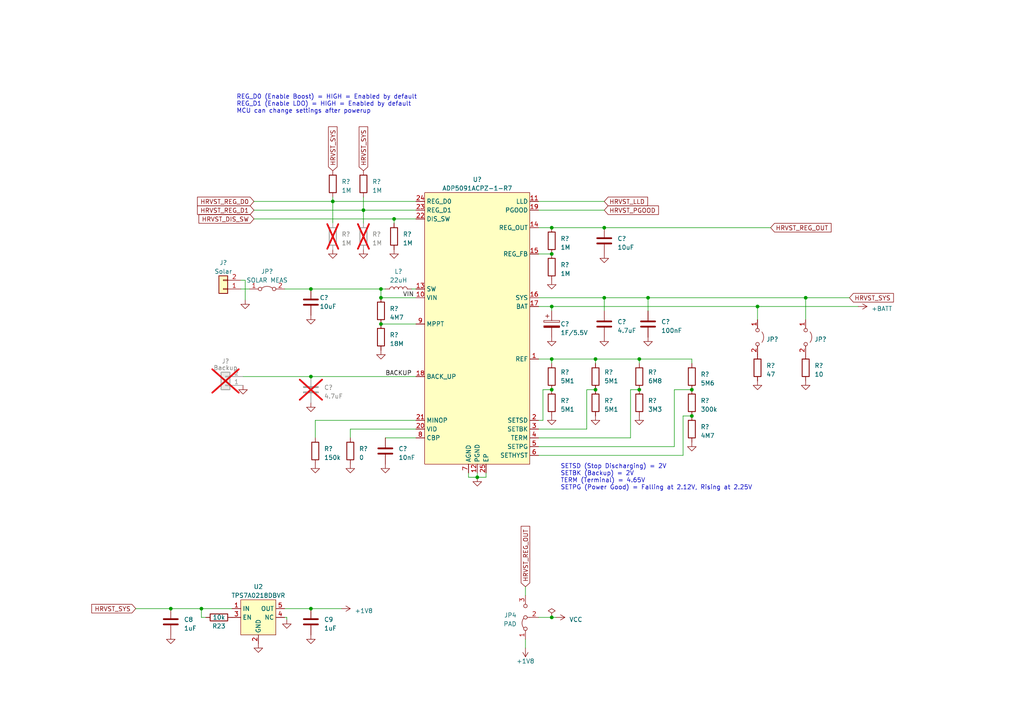
<source format=kicad_sch>
(kicad_sch (version 20230121) (generator eeschema)

  (uuid 85924752-9339-4f21-8e23-c31aa58c93e6)

  (paper "A4")

  (lib_symbols
    (symbol "ADP5091:ADP5091" (in_bom yes) (on_board yes)
      (property "Reference" "U" (at 0 2.54 0)
        (effects (font (size 1.27 1.27)))
      )
      (property "Value" "" (at 0 2.54 0)
        (effects (font (size 1.27 1.27)))
      )
      (property "Footprint" "" (at 0 2.54 0)
        (effects (font (size 1.27 1.27)) hide)
      )
      (property "Datasheet" "" (at 0 2.54 0)
        (effects (font (size 1.27 1.27)) hide)
      )
      (symbol "ADP5091_0_1"
        (rectangle (start -15.24 38.1) (end 15.24 -40.64)
          (stroke (width 0) (type default))
          (fill (type background))
        )
      )
      (symbol "ADP5091_1_0"
        (pin input line (at -17.78 7.62 0) (length 2.54)
          (name "VIN" (effects (font (size 1.27 1.27))))
          (number "10" (effects (font (size 1.27 1.27))))
        )
        (pin input line (at 17.78 35.56 180) (length 2.54)
          (name "LLD" (effects (font (size 1.27 1.27))))
          (number "11" (effects (font (size 1.27 1.27))))
        )
        (pin input line (at 0 -43.18 90) (length 2.54)
          (name "PGND" (effects (font (size 1.27 1.27))))
          (number "12" (effects (font (size 1.27 1.27))))
        )
        (pin input line (at -17.78 10.16 0) (length 2.54)
          (name "SW" (effects (font (size 1.27 1.27))))
          (number "13" (effects (font (size 1.27 1.27))))
        )
        (pin power_out line (at 17.78 27.94 180) (length 2.54)
          (name "REG_OUT" (effects (font (size 1.27 1.27))))
          (number "14" (effects (font (size 1.27 1.27))))
        )
        (pin input line (at 17.78 20.32 180) (length 2.54)
          (name "REG_FB" (effects (font (size 1.27 1.27))))
          (number "15" (effects (font (size 1.27 1.27))))
        )
        (pin power_out line (at 17.78 7.62 180) (length 2.54)
          (name "SYS" (effects (font (size 1.27 1.27))))
          (number "16" (effects (font (size 1.27 1.27))))
        )
        (pin power_out line (at 17.78 5.08 180) (length 2.54)
          (name "BAT" (effects (font (size 1.27 1.27))))
          (number "17" (effects (font (size 1.27 1.27))))
        )
        (pin input line (at -17.78 -15.24 0) (length 2.54)
          (name "BACK_UP" (effects (font (size 1.27 1.27))))
          (number "18" (effects (font (size 1.27 1.27))))
        )
        (pin input line (at 17.78 33.02 180) (length 2.54)
          (name "PGOOD" (effects (font (size 1.27 1.27))))
          (number "19" (effects (font (size 1.27 1.27))))
        )
        (pin input line (at 17.78 -27.94 180) (length 2.54)
          (name "SETSD" (effects (font (size 1.27 1.27))))
          (number "2" (effects (font (size 1.27 1.27))))
        )
        (pin input line (at -17.78 -30.48 0) (length 2.54)
          (name "VID" (effects (font (size 1.27 1.27))))
          (number "20" (effects (font (size 1.27 1.27))))
        )
        (pin input line (at -17.78 -27.94 0) (length 2.54)
          (name "MINOP" (effects (font (size 1.27 1.27))))
          (number "21" (effects (font (size 1.27 1.27))))
        )
        (pin input line (at -17.78 30.48 0) (length 2.54)
          (name "DIS_SW" (effects (font (size 1.27 1.27))))
          (number "22" (effects (font (size 1.27 1.27))))
        )
        (pin input line (at -17.78 33.02 0) (length 2.54)
          (name "REG_D1" (effects (font (size 1.27 1.27))))
          (number "23" (effects (font (size 1.27 1.27))))
        )
        (pin input line (at -17.78 35.56 0) (length 2.54)
          (name "REG_D0" (effects (font (size 1.27 1.27))))
          (number "24" (effects (font (size 1.27 1.27))))
        )
        (pin input line (at 2.54 -43.18 90) (length 2.54)
          (name "EP" (effects (font (size 1.27 1.27))))
          (number "25" (effects (font (size 1.27 1.27))))
        )
        (pin input line (at 17.78 -30.48 180) (length 2.54)
          (name "SETBK" (effects (font (size 1.27 1.27))))
          (number "3" (effects (font (size 1.27 1.27))))
        )
        (pin input line (at 17.78 -33.02 180) (length 2.54)
          (name "TERM" (effects (font (size 1.27 1.27))))
          (number "4" (effects (font (size 1.27 1.27))))
        )
        (pin input line (at 17.78 -35.56 180) (length 2.54)
          (name "SETPG" (effects (font (size 1.27 1.27))))
          (number "5" (effects (font (size 1.27 1.27))))
        )
        (pin input line (at 17.78 -38.1 180) (length 2.54)
          (name "SETHYST" (effects (font (size 1.27 1.27))))
          (number "6" (effects (font (size 1.27 1.27))))
        )
        (pin input line (at -2.54 -43.18 90) (length 2.54)
          (name "AGND" (effects (font (size 1.27 1.27))))
          (number "7" (effects (font (size 1.27 1.27))))
        )
        (pin input line (at -17.78 -33.02 0) (length 2.54)
          (name "CBP" (effects (font (size 1.27 1.27))))
          (number "8" (effects (font (size 1.27 1.27))))
        )
        (pin input line (at -17.78 0 0) (length 2.54)
          (name "MPPT" (effects (font (size 1.27 1.27))))
          (number "9" (effects (font (size 1.27 1.27))))
        )
      )
      (symbol "ADP5091_1_1"
        (pin input line (at 17.78 -10.16 180) (length 2.54)
          (name "REF" (effects (font (size 1.27 1.27))))
          (number "1" (effects (font (size 1.27 1.27))))
        )
      )
    )
    (symbol "Connector_Generic:Conn_01x02" (pin_names (offset 1.016) hide) (in_bom yes) (on_board yes)
      (property "Reference" "J" (at 0 2.54 0)
        (effects (font (size 1.27 1.27)))
      )
      (property "Value" "Conn_01x02" (at 0 -5.08 0)
        (effects (font (size 1.27 1.27)))
      )
      (property "Footprint" "" (at 0 0 0)
        (effects (font (size 1.27 1.27)) hide)
      )
      (property "Datasheet" "~" (at 0 0 0)
        (effects (font (size 1.27 1.27)) hide)
      )
      (property "ki_keywords" "connector" (at 0 0 0)
        (effects (font (size 1.27 1.27)) hide)
      )
      (property "ki_description" "Generic connector, single row, 01x02, script generated (kicad-library-utils/schlib/autogen/connector/)" (at 0 0 0)
        (effects (font (size 1.27 1.27)) hide)
      )
      (property "ki_fp_filters" "Connector*:*_1x??_*" (at 0 0 0)
        (effects (font (size 1.27 1.27)) hide)
      )
      (symbol "Conn_01x02_1_1"
        (rectangle (start -1.27 -2.413) (end 0 -2.667)
          (stroke (width 0.1524) (type default))
          (fill (type none))
        )
        (rectangle (start -1.27 0.127) (end 0 -0.127)
          (stroke (width 0.1524) (type default))
          (fill (type none))
        )
        (rectangle (start -1.27 1.27) (end 1.27 -3.81)
          (stroke (width 0.254) (type default))
          (fill (type background))
        )
        (pin passive line (at -5.08 0 0) (length 3.81)
          (name "Pin_1" (effects (font (size 1.27 1.27))))
          (number "1" (effects (font (size 1.27 1.27))))
        )
        (pin passive line (at -5.08 -2.54 0) (length 3.81)
          (name "Pin_2" (effects (font (size 1.27 1.27))))
          (number "2" (effects (font (size 1.27 1.27))))
        )
      )
    )
    (symbol "Device:C" (pin_numbers hide) (pin_names (offset 0.254)) (in_bom yes) (on_board yes)
      (property "Reference" "C" (at 0.635 2.54 0)
        (effects (font (size 1.27 1.27)) (justify left))
      )
      (property "Value" "C" (at 0.635 -2.54 0)
        (effects (font (size 1.27 1.27)) (justify left))
      )
      (property "Footprint" "" (at 0.9652 -3.81 0)
        (effects (font (size 1.27 1.27)) hide)
      )
      (property "Datasheet" "~" (at 0 0 0)
        (effects (font (size 1.27 1.27)) hide)
      )
      (property "ki_keywords" "cap capacitor" (at 0 0 0)
        (effects (font (size 1.27 1.27)) hide)
      )
      (property "ki_description" "Unpolarized capacitor" (at 0 0 0)
        (effects (font (size 1.27 1.27)) hide)
      )
      (property "ki_fp_filters" "C_*" (at 0 0 0)
        (effects (font (size 1.27 1.27)) hide)
      )
      (symbol "C_0_1"
        (polyline
          (pts
            (xy -2.032 -0.762)
            (xy 2.032 -0.762)
          )
          (stroke (width 0.508) (type default))
          (fill (type none))
        )
        (polyline
          (pts
            (xy -2.032 0.762)
            (xy 2.032 0.762)
          )
          (stroke (width 0.508) (type default))
          (fill (type none))
        )
      )
      (symbol "C_1_1"
        (pin passive line (at 0 3.81 270) (length 2.794)
          (name "~" (effects (font (size 1.27 1.27))))
          (number "1" (effects (font (size 1.27 1.27))))
        )
        (pin passive line (at 0 -3.81 90) (length 2.794)
          (name "~" (effects (font (size 1.27 1.27))))
          (number "2" (effects (font (size 1.27 1.27))))
        )
      )
    )
    (symbol "Device:C_Polarized" (pin_numbers hide) (pin_names (offset 0.254)) (in_bom yes) (on_board yes)
      (property "Reference" "C" (at 0.635 2.54 0)
        (effects (font (size 1.27 1.27)) (justify left))
      )
      (property "Value" "C_Polarized" (at 0.635 -2.54 0)
        (effects (font (size 1.27 1.27)) (justify left))
      )
      (property "Footprint" "" (at 0.9652 -3.81 0)
        (effects (font (size 1.27 1.27)) hide)
      )
      (property "Datasheet" "~" (at 0 0 0)
        (effects (font (size 1.27 1.27)) hide)
      )
      (property "ki_keywords" "cap capacitor" (at 0 0 0)
        (effects (font (size 1.27 1.27)) hide)
      )
      (property "ki_description" "Polarized capacitor" (at 0 0 0)
        (effects (font (size 1.27 1.27)) hide)
      )
      (property "ki_fp_filters" "CP_*" (at 0 0 0)
        (effects (font (size 1.27 1.27)) hide)
      )
      (symbol "C_Polarized_0_1"
        (rectangle (start -2.286 0.508) (end 2.286 1.016)
          (stroke (width 0) (type default))
          (fill (type none))
        )
        (polyline
          (pts
            (xy -1.778 2.286)
            (xy -0.762 2.286)
          )
          (stroke (width 0) (type default))
          (fill (type none))
        )
        (polyline
          (pts
            (xy -1.27 2.794)
            (xy -1.27 1.778)
          )
          (stroke (width 0) (type default))
          (fill (type none))
        )
        (rectangle (start 2.286 -0.508) (end -2.286 -1.016)
          (stroke (width 0) (type default))
          (fill (type outline))
        )
      )
      (symbol "C_Polarized_1_1"
        (pin passive line (at 0 3.81 270) (length 2.794)
          (name "~" (effects (font (size 1.27 1.27))))
          (number "1" (effects (font (size 1.27 1.27))))
        )
        (pin passive line (at 0 -3.81 90) (length 2.794)
          (name "~" (effects (font (size 1.27 1.27))))
          (number "2" (effects (font (size 1.27 1.27))))
        )
      )
    )
    (symbol "Device:L" (pin_numbers hide) (pin_names (offset 1.016) hide) (in_bom yes) (on_board yes)
      (property "Reference" "L" (at -1.27 0 90)
        (effects (font (size 1.27 1.27)))
      )
      (property "Value" "L" (at 1.905 0 90)
        (effects (font (size 1.27 1.27)))
      )
      (property "Footprint" "" (at 0 0 0)
        (effects (font (size 1.27 1.27)) hide)
      )
      (property "Datasheet" "~" (at 0 0 0)
        (effects (font (size 1.27 1.27)) hide)
      )
      (property "ki_keywords" "inductor choke coil reactor magnetic" (at 0 0 0)
        (effects (font (size 1.27 1.27)) hide)
      )
      (property "ki_description" "Inductor" (at 0 0 0)
        (effects (font (size 1.27 1.27)) hide)
      )
      (property "ki_fp_filters" "Choke_* *Coil* Inductor_* L_*" (at 0 0 0)
        (effects (font (size 1.27 1.27)) hide)
      )
      (symbol "L_0_1"
        (arc (start 0 -2.54) (mid 0.6323 -1.905) (end 0 -1.27)
          (stroke (width 0) (type default))
          (fill (type none))
        )
        (arc (start 0 -1.27) (mid 0.6323 -0.635) (end 0 0)
          (stroke (width 0) (type default))
          (fill (type none))
        )
        (arc (start 0 0) (mid 0.6323 0.635) (end 0 1.27)
          (stroke (width 0) (type default))
          (fill (type none))
        )
        (arc (start 0 1.27) (mid 0.6323 1.905) (end 0 2.54)
          (stroke (width 0) (type default))
          (fill (type none))
        )
      )
      (symbol "L_1_1"
        (pin passive line (at 0 3.81 270) (length 1.27)
          (name "1" (effects (font (size 1.27 1.27))))
          (number "1" (effects (font (size 1.27 1.27))))
        )
        (pin passive line (at 0 -3.81 90) (length 1.27)
          (name "2" (effects (font (size 1.27 1.27))))
          (number "2" (effects (font (size 1.27 1.27))))
        )
      )
    )
    (symbol "Device:R" (pin_numbers hide) (pin_names (offset 0)) (in_bom yes) (on_board yes)
      (property "Reference" "R" (at 2.032 0 90)
        (effects (font (size 1.27 1.27)))
      )
      (property "Value" "R" (at 0 0 90)
        (effects (font (size 1.27 1.27)))
      )
      (property "Footprint" "" (at -1.778 0 90)
        (effects (font (size 1.27 1.27)) hide)
      )
      (property "Datasheet" "~" (at 0 0 0)
        (effects (font (size 1.27 1.27)) hide)
      )
      (property "ki_keywords" "R res resistor" (at 0 0 0)
        (effects (font (size 1.27 1.27)) hide)
      )
      (property "ki_description" "Resistor" (at 0 0 0)
        (effects (font (size 1.27 1.27)) hide)
      )
      (property "ki_fp_filters" "R_*" (at 0 0 0)
        (effects (font (size 1.27 1.27)) hide)
      )
      (symbol "R_0_1"
        (rectangle (start -1.016 -2.54) (end 1.016 2.54)
          (stroke (width 0.254) (type default))
          (fill (type none))
        )
      )
      (symbol "R_1_1"
        (pin passive line (at 0 3.81 270) (length 1.27)
          (name "~" (effects (font (size 1.27 1.27))))
          (number "1" (effects (font (size 1.27 1.27))))
        )
        (pin passive line (at 0 -3.81 90) (length 1.27)
          (name "~" (effects (font (size 1.27 1.27))))
          (number "2" (effects (font (size 1.27 1.27))))
        )
      )
    )
    (symbol "Jumper:Jumper_2_Bridged" (pin_names (offset 0) hide) (in_bom yes) (on_board yes)
      (property "Reference" "JP" (at 0 1.905 0)
        (effects (font (size 1.27 1.27)))
      )
      (property "Value" "Jumper_2_Bridged" (at 0 -2.54 0)
        (effects (font (size 1.27 1.27)))
      )
      (property "Footprint" "" (at 0 0 0)
        (effects (font (size 1.27 1.27)) hide)
      )
      (property "Datasheet" "~" (at 0 0 0)
        (effects (font (size 1.27 1.27)) hide)
      )
      (property "ki_keywords" "Jumper SPST" (at 0 0 0)
        (effects (font (size 1.27 1.27)) hide)
      )
      (property "ki_description" "Jumper, 2-pole, closed/bridged" (at 0 0 0)
        (effects (font (size 1.27 1.27)) hide)
      )
      (property "ki_fp_filters" "Jumper* TestPoint*2Pads* TestPoint*Bridge*" (at 0 0 0)
        (effects (font (size 1.27 1.27)) hide)
      )
      (symbol "Jumper_2_Bridged_0_0"
        (circle (center -2.032 0) (radius 0.508)
          (stroke (width 0) (type default))
          (fill (type none))
        )
        (circle (center 2.032 0) (radius 0.508)
          (stroke (width 0) (type default))
          (fill (type none))
        )
      )
      (symbol "Jumper_2_Bridged_0_1"
        (arc (start 1.524 0.254) (mid 0 0.762) (end -1.524 0.254)
          (stroke (width 0) (type default))
          (fill (type none))
        )
      )
      (symbol "Jumper_2_Bridged_1_1"
        (pin passive line (at -5.08 0 0) (length 2.54)
          (name "A" (effects (font (size 1.27 1.27))))
          (number "1" (effects (font (size 1.27 1.27))))
        )
        (pin passive line (at 5.08 0 180) (length 2.54)
          (name "B" (effects (font (size 1.27 1.27))))
          (number "2" (effects (font (size 1.27 1.27))))
        )
      )
    )
    (symbol "Jumper:Jumper_2_Open" (pin_names (offset 0) hide) (in_bom yes) (on_board yes)
      (property "Reference" "JP" (at 0 2.794 0)
        (effects (font (size 1.27 1.27)))
      )
      (property "Value" "Jumper_2_Open" (at 0 -2.286 0)
        (effects (font (size 1.27 1.27)))
      )
      (property "Footprint" "" (at 0 0 0)
        (effects (font (size 1.27 1.27)) hide)
      )
      (property "Datasheet" "~" (at 0 0 0)
        (effects (font (size 1.27 1.27)) hide)
      )
      (property "ki_keywords" "Jumper SPST" (at 0 0 0)
        (effects (font (size 1.27 1.27)) hide)
      )
      (property "ki_description" "Jumper, 2-pole, open" (at 0 0 0)
        (effects (font (size 1.27 1.27)) hide)
      )
      (property "ki_fp_filters" "Jumper* TestPoint*2Pads* TestPoint*Bridge*" (at 0 0 0)
        (effects (font (size 1.27 1.27)) hide)
      )
      (symbol "Jumper_2_Open_0_0"
        (circle (center -2.032 0) (radius 0.508)
          (stroke (width 0) (type default))
          (fill (type none))
        )
        (circle (center 2.032 0) (radius 0.508)
          (stroke (width 0) (type default))
          (fill (type none))
        )
      )
      (symbol "Jumper_2_Open_0_1"
        (arc (start 1.524 1.27) (mid 0 1.778) (end -1.524 1.27)
          (stroke (width 0) (type default))
          (fill (type none))
        )
      )
      (symbol "Jumper_2_Open_1_1"
        (pin passive line (at -5.08 0 0) (length 2.54)
          (name "A" (effects (font (size 1.27 1.27))))
          (number "1" (effects (font (size 1.27 1.27))))
        )
        (pin passive line (at 5.08 0 180) (length 2.54)
          (name "B" (effects (font (size 1.27 1.27))))
          (number "2" (effects (font (size 1.27 1.27))))
        )
      )
    )
    (symbol "Jumper:Jumper_3_Bridged12" (pin_names (offset 0) hide) (in_bom yes) (on_board yes)
      (property "Reference" "JP" (at -2.54 -2.54 0)
        (effects (font (size 1.27 1.27)))
      )
      (property "Value" "Jumper_3_Bridged12" (at 0 2.794 0)
        (effects (font (size 1.27 1.27)))
      )
      (property "Footprint" "" (at 0 0 0)
        (effects (font (size 1.27 1.27)) hide)
      )
      (property "Datasheet" "~" (at 0 0 0)
        (effects (font (size 1.27 1.27)) hide)
      )
      (property "ki_keywords" "Jumper SPDT" (at 0 0 0)
        (effects (font (size 1.27 1.27)) hide)
      )
      (property "ki_description" "Jumper, 3-pole, pins 1+2 closed/bridged" (at 0 0 0)
        (effects (font (size 1.27 1.27)) hide)
      )
      (property "ki_fp_filters" "Jumper* TestPoint*3Pads* TestPoint*Bridge*" (at 0 0 0)
        (effects (font (size 1.27 1.27)) hide)
      )
      (symbol "Jumper_3_Bridged12_0_0"
        (circle (center -3.302 0) (radius 0.508)
          (stroke (width 0) (type default))
          (fill (type none))
        )
        (circle (center 0 0) (radius 0.508)
          (stroke (width 0) (type default))
          (fill (type none))
        )
        (circle (center 3.302 0) (radius 0.508)
          (stroke (width 0) (type default))
          (fill (type none))
        )
      )
      (symbol "Jumper_3_Bridged12_0_1"
        (arc (start -0.254 0.508) (mid -1.651 0.9912) (end -3.048 0.508)
          (stroke (width 0) (type default))
          (fill (type none))
        )
        (polyline
          (pts
            (xy 0 -1.27)
            (xy 0 -0.508)
          )
          (stroke (width 0) (type default))
          (fill (type none))
        )
      )
      (symbol "Jumper_3_Bridged12_1_1"
        (pin passive line (at -6.35 0 0) (length 2.54)
          (name "A" (effects (font (size 1.27 1.27))))
          (number "1" (effects (font (size 1.27 1.27))))
        )
        (pin passive line (at 0 -3.81 90) (length 2.54)
          (name "C" (effects (font (size 1.27 1.27))))
          (number "2" (effects (font (size 1.27 1.27))))
        )
        (pin passive line (at 6.35 0 180) (length 2.54)
          (name "B" (effects (font (size 1.27 1.27))))
          (number "3" (effects (font (size 1.27 1.27))))
        )
      )
    )
    (symbol "TPS7A02:TPS7A02" (in_bom yes) (on_board yes)
      (property "Reference" "U" (at 7.62 12.7 0)
        (effects (font (size 1.27 1.27)))
      )
      (property "Value" "" (at -2.54 2.54 0)
        (effects (font (size 1.27 1.27)))
      )
      (property "Footprint" "" (at -2.54 2.54 0)
        (effects (font (size 1.27 1.27)) hide)
      )
      (property "Datasheet" "" (at -2.54 2.54 0)
        (effects (font (size 1.27 1.27)) hide)
      )
      (symbol "TPS7A02_0_1"
        (rectangle (start -5.08 7.62) (end 5.08 -2.54)
          (stroke (width 0) (type default))
          (fill (type background))
        )
      )
      (symbol "TPS7A02_1_1"
        (pin input line (at -7.62 5.08 0) (length 2.54)
          (name "IN" (effects (font (size 1.27 1.27))))
          (number "1" (effects (font (size 1.27 1.27))))
        )
        (pin input line (at 0 -5.08 90) (length 2.54)
          (name "GND" (effects (font (size 1.27 1.27))))
          (number "2" (effects (font (size 1.27 1.27))))
        )
        (pin input line (at -7.62 2.54 0) (length 2.54)
          (name "EN" (effects (font (size 1.27 1.27))))
          (number "3" (effects (font (size 1.27 1.27))))
        )
        (pin input line (at 7.62 2.54 180) (length 2.54)
          (name "NC" (effects (font (size 1.27 1.27))))
          (number "4" (effects (font (size 1.27 1.27))))
        )
        (pin input line (at 7.62 5.08 180) (length 2.54)
          (name "OUT" (effects (font (size 1.27 1.27))))
          (number "5" (effects (font (size 1.27 1.27))))
        )
      )
    )
    (symbol "power:+1V8" (power) (pin_names (offset 0)) (in_bom yes) (on_board yes)
      (property "Reference" "#PWR" (at 0 -3.81 0)
        (effects (font (size 1.27 1.27)) hide)
      )
      (property "Value" "+1V8" (at 0 3.556 0)
        (effects (font (size 1.27 1.27)))
      )
      (property "Footprint" "" (at 0 0 0)
        (effects (font (size 1.27 1.27)) hide)
      )
      (property "Datasheet" "" (at 0 0 0)
        (effects (font (size 1.27 1.27)) hide)
      )
      (property "ki_keywords" "global power" (at 0 0 0)
        (effects (font (size 1.27 1.27)) hide)
      )
      (property "ki_description" "Power symbol creates a global label with name \"+1V8\"" (at 0 0 0)
        (effects (font (size 1.27 1.27)) hide)
      )
      (symbol "+1V8_0_1"
        (polyline
          (pts
            (xy -0.762 1.27)
            (xy 0 2.54)
          )
          (stroke (width 0) (type default))
          (fill (type none))
        )
        (polyline
          (pts
            (xy 0 0)
            (xy 0 2.54)
          )
          (stroke (width 0) (type default))
          (fill (type none))
        )
        (polyline
          (pts
            (xy 0 2.54)
            (xy 0.762 1.27)
          )
          (stroke (width 0) (type default))
          (fill (type none))
        )
      )
      (symbol "+1V8_1_1"
        (pin power_in line (at 0 0 90) (length 0) hide
          (name "+1V8" (effects (font (size 1.27 1.27))))
          (number "1" (effects (font (size 1.27 1.27))))
        )
      )
    )
    (symbol "power:+BATT" (power) (pin_names (offset 0)) (in_bom yes) (on_board yes)
      (property "Reference" "#PWR" (at 0 -3.81 0)
        (effects (font (size 1.27 1.27)) hide)
      )
      (property "Value" "+BATT" (at 0 3.556 0)
        (effects (font (size 1.27 1.27)))
      )
      (property "Footprint" "" (at 0 0 0)
        (effects (font (size 1.27 1.27)) hide)
      )
      (property "Datasheet" "" (at 0 0 0)
        (effects (font (size 1.27 1.27)) hide)
      )
      (property "ki_keywords" "global power battery" (at 0 0 0)
        (effects (font (size 1.27 1.27)) hide)
      )
      (property "ki_description" "Power symbol creates a global label with name \"+BATT\"" (at 0 0 0)
        (effects (font (size 1.27 1.27)) hide)
      )
      (symbol "+BATT_0_1"
        (polyline
          (pts
            (xy -0.762 1.27)
            (xy 0 2.54)
          )
          (stroke (width 0) (type default))
          (fill (type none))
        )
        (polyline
          (pts
            (xy 0 0)
            (xy 0 2.54)
          )
          (stroke (width 0) (type default))
          (fill (type none))
        )
        (polyline
          (pts
            (xy 0 2.54)
            (xy 0.762 1.27)
          )
          (stroke (width 0) (type default))
          (fill (type none))
        )
      )
      (symbol "+BATT_1_1"
        (pin power_in line (at 0 0 90) (length 0) hide
          (name "+BATT" (effects (font (size 1.27 1.27))))
          (number "1" (effects (font (size 1.27 1.27))))
        )
      )
    )
    (symbol "power:GND" (power) (pin_names (offset 0)) (in_bom yes) (on_board yes)
      (property "Reference" "#PWR" (at 0 -6.35 0)
        (effects (font (size 1.27 1.27)) hide)
      )
      (property "Value" "GND" (at 0 -3.81 0)
        (effects (font (size 1.27 1.27)))
      )
      (property "Footprint" "" (at 0 0 0)
        (effects (font (size 1.27 1.27)) hide)
      )
      (property "Datasheet" "" (at 0 0 0)
        (effects (font (size 1.27 1.27)) hide)
      )
      (property "ki_keywords" "global power" (at 0 0 0)
        (effects (font (size 1.27 1.27)) hide)
      )
      (property "ki_description" "Power symbol creates a global label with name \"GND\" , ground" (at 0 0 0)
        (effects (font (size 1.27 1.27)) hide)
      )
      (symbol "GND_0_1"
        (polyline
          (pts
            (xy 0 0)
            (xy 0 -1.27)
            (xy 1.27 -1.27)
            (xy 0 -2.54)
            (xy -1.27 -1.27)
            (xy 0 -1.27)
          )
          (stroke (width 0) (type default))
          (fill (type none))
        )
      )
      (symbol "GND_1_1"
        (pin power_in line (at 0 0 270) (length 0) hide
          (name "GND" (effects (font (size 1.27 1.27))))
          (number "1" (effects (font (size 1.27 1.27))))
        )
      )
    )
    (symbol "power:PWR_FLAG" (power) (pin_numbers hide) (pin_names (offset 0) hide) (in_bom yes) (on_board yes)
      (property "Reference" "#FLG" (at 0 1.905 0)
        (effects (font (size 1.27 1.27)) hide)
      )
      (property "Value" "PWR_FLAG" (at 0 3.81 0)
        (effects (font (size 1.27 1.27)))
      )
      (property "Footprint" "" (at 0 0 0)
        (effects (font (size 1.27 1.27)) hide)
      )
      (property "Datasheet" "~" (at 0 0 0)
        (effects (font (size 1.27 1.27)) hide)
      )
      (property "ki_keywords" "flag power" (at 0 0 0)
        (effects (font (size 1.27 1.27)) hide)
      )
      (property "ki_description" "Special symbol for telling ERC where power comes from" (at 0 0 0)
        (effects (font (size 1.27 1.27)) hide)
      )
      (symbol "PWR_FLAG_0_0"
        (pin power_out line (at 0 0 90) (length 0)
          (name "pwr" (effects (font (size 1.27 1.27))))
          (number "1" (effects (font (size 1.27 1.27))))
        )
      )
      (symbol "PWR_FLAG_0_1"
        (polyline
          (pts
            (xy 0 0)
            (xy 0 1.27)
            (xy -1.016 1.905)
            (xy 0 2.54)
            (xy 1.016 1.905)
            (xy 0 1.27)
          )
          (stroke (width 0) (type default))
          (fill (type none))
        )
      )
    )
    (symbol "power:VCC" (power) (pin_names (offset 0)) (in_bom yes) (on_board yes)
      (property "Reference" "#PWR" (at 0 -3.81 0)
        (effects (font (size 1.27 1.27)) hide)
      )
      (property "Value" "VCC" (at 0 3.81 0)
        (effects (font (size 1.27 1.27)))
      )
      (property "Footprint" "" (at 0 0 0)
        (effects (font (size 1.27 1.27)) hide)
      )
      (property "Datasheet" "" (at 0 0 0)
        (effects (font (size 1.27 1.27)) hide)
      )
      (property "ki_keywords" "global power" (at 0 0 0)
        (effects (font (size 1.27 1.27)) hide)
      )
      (property "ki_description" "Power symbol creates a global label with name \"VCC\"" (at 0 0 0)
        (effects (font (size 1.27 1.27)) hide)
      )
      (symbol "VCC_0_1"
        (polyline
          (pts
            (xy -0.762 1.27)
            (xy 0 2.54)
          )
          (stroke (width 0) (type default))
          (fill (type none))
        )
        (polyline
          (pts
            (xy 0 0)
            (xy 0 2.54)
          )
          (stroke (width 0) (type default))
          (fill (type none))
        )
        (polyline
          (pts
            (xy 0 2.54)
            (xy 0.762 1.27)
          )
          (stroke (width 0) (type default))
          (fill (type none))
        )
      )
      (symbol "VCC_1_1"
        (pin power_in line (at 0 0 90) (length 0) hide
          (name "VCC" (effects (font (size 1.27 1.27))))
          (number "1" (effects (font (size 1.27 1.27))))
        )
      )
    )
  )

  (junction (at 200.66 113.03) (diameter 0) (color 0 0 0 0)
    (uuid 1b6cff24-a219-4be8-b8d8-2e57fadc4835)
  )
  (junction (at 219.71 88.9) (diameter 0) (color 0 0 0 0)
    (uuid 40406ab9-c17d-471d-8f04-b29ecd5f55ab)
  )
  (junction (at 138.43 138.43) (diameter 0) (color 0 0 0 0)
    (uuid 4380f643-8b28-470a-a20f-8ea1059891ce)
  )
  (junction (at 187.96 86.36) (diameter 0) (color 0 0 0 0)
    (uuid 49ac958f-7ebb-46db-a837-31ac639b38a9)
  )
  (junction (at 110.49 93.98) (diameter 0) (color 0 0 0 0)
    (uuid 4e04aebb-1a29-40f1-91af-29d2e54053b6)
  )
  (junction (at 160.02 113.03) (diameter 0) (color 0 0 0 0)
    (uuid 56770875-7f4a-41d5-b64d-3705ad9b1d5e)
  )
  (junction (at 90.17 83.82) (diameter 0) (color 0 0 0 0)
    (uuid 7d5cbbc5-9f96-4d47-af57-217c2eb2a835)
  )
  (junction (at 200.66 120.65) (diameter 0) (color 0 0 0 0)
    (uuid 7efd0db7-06f5-4a35-a1c3-c07043809388)
  )
  (junction (at 175.26 66.04) (diameter 0) (color 0 0 0 0)
    (uuid 80dee914-10dd-4a63-95cb-6a520d40217d)
  )
  (junction (at 160.02 73.66) (diameter 0) (color 0 0 0 0)
    (uuid 8b7ec53d-ce14-46ea-94f3-61a3a57f7cfb)
  )
  (junction (at 160.02 88.9) (diameter 0) (color 0 0 0 0)
    (uuid 8cd33709-7dd3-45c0-afb5-168d61adea00)
  )
  (junction (at 49.53 176.53) (diameter 0) (color 0 0 0 0)
    (uuid 9230b67e-7918-4153-986b-381827433b66)
  )
  (junction (at 172.72 113.03) (diameter 0) (color 0 0 0 0)
    (uuid 93f892a1-522f-4557-bd88-98891f5ee1e9)
  )
  (junction (at 160.02 104.14) (diameter 0) (color 0 0 0 0)
    (uuid 958600d4-471c-478b-8685-e2a41c391975)
  )
  (junction (at 185.42 113.03) (diameter 0) (color 0 0 0 0)
    (uuid a2ab7ce6-1f69-4603-bb31-a61e4371e47f)
  )
  (junction (at 105.41 60.96) (diameter 0) (color 0 0 0 0)
    (uuid aa3db71b-d4f5-4662-b578-3ef804ba71eb)
  )
  (junction (at 185.42 104.14) (diameter 0) (color 0 0 0 0)
    (uuid b026a7ba-4eed-467a-a905-ba0b029ddbd9)
  )
  (junction (at 110.49 83.82) (diameter 0) (color 0 0 0 0)
    (uuid c393a567-2158-457f-aa9d-0f9adfd0d0dc)
  )
  (junction (at 90.17 176.53) (diameter 0) (color 0 0 0 0)
    (uuid c504b548-5df8-4878-a70f-f7cc0fe2c9d0)
  )
  (junction (at 160.02 179.07) (diameter 0) (color 0 0 0 0)
    (uuid ce3cab53-ad18-484d-ba59-e21f64481b5b)
  )
  (junction (at 233.68 86.36) (diameter 0) (color 0 0 0 0)
    (uuid d3f85027-9f90-40f6-81fb-125fba019385)
  )
  (junction (at 160.02 66.04) (diameter 0) (color 0 0 0 0)
    (uuid e01169b7-94d4-4745-af59-a7182998cde0)
  )
  (junction (at 90.17 109.22) (diameter 0) (color 0 0 0 0)
    (uuid e052b6af-b44e-4d15-a81f-957a7c43e50c)
  )
  (junction (at 110.49 86.36) (diameter 0) (color 0 0 0 0)
    (uuid eb07c026-eba2-4e36-ae6f-0b1edc8c69b3)
  )
  (junction (at 96.52 58.42) (diameter 0) (color 0 0 0 0)
    (uuid f17ea5b5-e152-41c0-ab47-97ea267075f7)
  )
  (junction (at 58.42 176.53) (diameter 0) (color 0 0 0 0)
    (uuid f6014f8f-3609-457c-b864-a2af64c24dfc)
  )
  (junction (at 114.3 63.5) (diameter 0) (color 0 0 0 0)
    (uuid f85e8bc4-7615-4062-862a-61bf0a647140)
  )
  (junction (at 175.26 86.36) (diameter 0) (color 0 0 0 0)
    (uuid fc8f1daf-20de-457b-8baf-9cbaeb8a5fb2)
  )
  (junction (at 172.72 104.14) (diameter 0) (color 0 0 0 0)
    (uuid fd05b5ba-df42-471f-a5a6-03ed315e3df2)
  )

  (wire (pts (xy 175.26 66.04) (xy 223.52 66.04))
    (stroke (width 0) (type default))
    (uuid 08c3e73b-10d3-41fd-9cee-5c9aec3e4837)
  )
  (wire (pts (xy 160.02 88.9) (xy 219.71 88.9))
    (stroke (width 0) (type default))
    (uuid 0ad0ad5c-670a-4544-9608-e4af784f5d1c)
  )
  (wire (pts (xy 160.02 104.14) (xy 172.72 104.14))
    (stroke (width 0) (type default))
    (uuid 0c05f1b7-3147-4210-a201-700d633bd2df)
  )
  (wire (pts (xy 110.49 93.98) (xy 120.65 93.98))
    (stroke (width 0) (type default))
    (uuid 135a9c81-21b8-48c0-b254-a572c196a355)
  )
  (wire (pts (xy 156.21 121.92) (xy 157.48 121.92))
    (stroke (width 0) (type default))
    (uuid 14d29799-a04a-4d16-bfbd-cad4e7c2cffd)
  )
  (wire (pts (xy 135.89 137.16) (xy 135.89 138.43))
    (stroke (width 0) (type default))
    (uuid 1e975eee-f533-4943-8538-20e6025653f2)
  )
  (wire (pts (xy 135.89 138.43) (xy 138.43 138.43))
    (stroke (width 0) (type default))
    (uuid 1eddc2a4-b7e1-4259-aa86-622145589104)
  )
  (wire (pts (xy 156.21 104.14) (xy 160.02 104.14))
    (stroke (width 0) (type default))
    (uuid 241ac1cd-62cb-4285-a93b-0bf3c1c74be5)
  )
  (wire (pts (xy 187.96 86.36) (xy 233.68 86.36))
    (stroke (width 0) (type default))
    (uuid 27bf4f72-083e-4b11-a3dd-5abbe5e21bcf)
  )
  (wire (pts (xy 49.53 176.53) (xy 58.42 176.53))
    (stroke (width 0) (type default))
    (uuid 2c81838f-0ce2-4680-b9de-90d456635c81)
  )
  (wire (pts (xy 187.96 86.36) (xy 187.96 90.17))
    (stroke (width 0) (type default))
    (uuid 2d4f477a-7013-46e5-84d9-6b60f2372590)
  )
  (wire (pts (xy 73.66 60.96) (xy 105.41 60.96))
    (stroke (width 0) (type default))
    (uuid 2e4c6cc3-5ebf-4f94-a303-053cc7246955)
  )
  (wire (pts (xy 156.21 60.96) (xy 175.26 60.96))
    (stroke (width 0) (type default))
    (uuid 31aadc51-b755-4d08-8380-33b99e08315d)
  )
  (wire (pts (xy 160.02 66.04) (xy 175.26 66.04))
    (stroke (width 0) (type default))
    (uuid 335913ce-cb1e-4a1e-ba70-3c8e58fbc635)
  )
  (wire (pts (xy 70.485 109.22) (xy 90.17 109.22))
    (stroke (width 0) (type default))
    (uuid 33bd2629-83db-4fd6-b397-81dd79511de9)
  )
  (wire (pts (xy 170.18 124.46) (xy 170.18 113.03))
    (stroke (width 0) (type default))
    (uuid 34116640-bd8d-4ebb-b29d-12fe7e5f2c58)
  )
  (wire (pts (xy 120.65 121.92) (xy 91.44 121.92))
    (stroke (width 0) (type default))
    (uuid 3588fd91-5785-4c76-9c6f-43a22f30dcb2)
  )
  (wire (pts (xy 96.52 64.77) (xy 96.52 58.42))
    (stroke (width 0) (type default))
    (uuid 35f4b4af-dd94-4ee4-b98e-98b962f5eb07)
  )
  (wire (pts (xy 90.17 83.82) (xy 110.49 83.82))
    (stroke (width 0) (type default))
    (uuid 3679aa85-c268-4b14-8b60-dd0e67a291a6)
  )
  (wire (pts (xy 182.88 127) (xy 182.88 113.03))
    (stroke (width 0) (type default))
    (uuid 36a5a064-26e3-4f35-8d8c-1c2ec3340eb6)
  )
  (wire (pts (xy 152.4 170.18) (xy 152.4 172.72))
    (stroke (width 0) (type default))
    (uuid 38e844b1-be76-48c3-b0f4-6370a5a2983a)
  )
  (wire (pts (xy 156.21 88.9) (xy 160.02 88.9))
    (stroke (width 0) (type default))
    (uuid 3bcaf302-3a0e-495a-9f1a-0f12d24badae)
  )
  (wire (pts (xy 219.71 88.9) (xy 219.71 92.71))
    (stroke (width 0) (type default))
    (uuid 3c288fe8-f597-4c6b-ab46-81be3a698573)
  )
  (wire (pts (xy 138.43 137.16) (xy 138.43 138.43))
    (stroke (width 0) (type default))
    (uuid 41e198bb-fd2b-4553-adee-3d94787f16fb)
  )
  (wire (pts (xy 160.02 88.9) (xy 160.02 90.17))
    (stroke (width 0) (type default))
    (uuid 45b6839e-51c8-4655-9f5c-41b063dfab9e)
  )
  (wire (pts (xy 71.12 81.28) (xy 71.12 86.995))
    (stroke (width 0) (type default))
    (uuid 49e3f4ee-061a-486e-9341-f91d8937d20a)
  )
  (wire (pts (xy 110.49 86.36) (xy 120.65 86.36))
    (stroke (width 0) (type default))
    (uuid 4a3e8147-d3e2-4f0a-8ed0-a45238de987b)
  )
  (wire (pts (xy 110.49 83.82) (xy 111.76 83.82))
    (stroke (width 0) (type default))
    (uuid 4b97a622-3409-45bd-8ca8-4808d446e8c3)
  )
  (wire (pts (xy 120.65 124.46) (xy 101.6 124.46))
    (stroke (width 0) (type default))
    (uuid 4fa65dcf-e327-44d0-9060-96e4d2284e68)
  )
  (wire (pts (xy 114.3 63.5) (xy 114.3 64.77))
    (stroke (width 0) (type default))
    (uuid 5a4b113a-9763-42a0-aa05-c410e817bc95)
  )
  (wire (pts (xy 200.66 104.14) (xy 200.66 105.41))
    (stroke (width 0) (type default))
    (uuid 5c2ac315-9ef3-4336-b7ef-ff3fb0e5bae2)
  )
  (wire (pts (xy 233.68 86.36) (xy 233.68 92.71))
    (stroke (width 0) (type default))
    (uuid 6144bb55-f277-4cb9-ab48-a33e1c97515d)
  )
  (wire (pts (xy 156.21 86.36) (xy 175.26 86.36))
    (stroke (width 0) (type default))
    (uuid 6d25fb1e-9df1-4f3a-b9ac-7959861663a4)
  )
  (wire (pts (xy 114.3 63.5) (xy 120.65 63.5))
    (stroke (width 0) (type default))
    (uuid 74cbb6f8-611d-46c5-b852-137d438a13e6)
  )
  (wire (pts (xy 138.43 138.43) (xy 140.97 138.43))
    (stroke (width 0) (type default))
    (uuid 764a0747-7f7c-4343-8c7a-4c0083969da6)
  )
  (wire (pts (xy 233.68 86.36) (xy 246.38 86.36))
    (stroke (width 0) (type default))
    (uuid 7e7d762a-cc9d-44fa-8dcf-277f54d3601c)
  )
  (wire (pts (xy 67.31 176.53) (xy 58.42 176.53))
    (stroke (width 0) (type default))
    (uuid 82f0536c-e5ed-43ea-a6ae-9f40c498cfe0)
  )
  (wire (pts (xy 152.4 185.42) (xy 152.4 187.96))
    (stroke (width 0) (type default))
    (uuid 860399aa-d771-478e-b0ab-d407d0d041b4)
  )
  (wire (pts (xy 182.88 127) (xy 156.21 127))
    (stroke (width 0) (type default))
    (uuid 87cd1646-45d0-4089-8769-7b8d8cb64a48)
  )
  (wire (pts (xy 160.02 179.07) (xy 161.29 179.07))
    (stroke (width 0) (type default))
    (uuid 8b7b0052-81e0-41c2-b61b-b694dc33e84f)
  )
  (wire (pts (xy 105.41 60.96) (xy 120.65 60.96))
    (stroke (width 0) (type default))
    (uuid 913c4c75-cc0e-4ed7-bfd9-156f79f4c302)
  )
  (wire (pts (xy 175.26 86.36) (xy 175.26 90.17))
    (stroke (width 0) (type default))
    (uuid 92d8e15c-3e57-4cd8-aa79-528b3aefa0bc)
  )
  (wire (pts (xy 96.52 58.42) (xy 120.65 58.42))
    (stroke (width 0) (type default))
    (uuid 95b54e22-7131-4fc0-9dd5-5f940eac3e80)
  )
  (wire (pts (xy 160.02 104.14) (xy 160.02 105.41))
    (stroke (width 0) (type default))
    (uuid 9e2d1d2c-8e76-467d-b385-2d678968597d)
  )
  (wire (pts (xy 156.21 179.07) (xy 160.02 179.07))
    (stroke (width 0) (type default))
    (uuid a0000774-4f16-4ac9-999e-bb865afbf82c)
  )
  (wire (pts (xy 182.88 113.03) (xy 185.42 113.03))
    (stroke (width 0) (type default))
    (uuid a5081160-ee0c-4d97-abc1-b535b91f7e37)
  )
  (wire (pts (xy 105.41 60.96) (xy 105.41 64.77))
    (stroke (width 0) (type default))
    (uuid a5cdc38c-96c0-4de1-8336-19709ff08398)
  )
  (wire (pts (xy 157.48 113.03) (xy 160.02 113.03))
    (stroke (width 0) (type default))
    (uuid a89c604c-7bcf-4c55-a1f7-f2fc99d5fef2)
  )
  (wire (pts (xy 96.52 57.15) (xy 96.52 58.42))
    (stroke (width 0) (type default))
    (uuid a8d388e4-4e3c-42d2-b20a-5baa45b749f9)
  )
  (wire (pts (xy 175.26 86.36) (xy 187.96 86.36))
    (stroke (width 0) (type default))
    (uuid a9c48310-7aaf-4464-aa72-9238595c4444)
  )
  (wire (pts (xy 71.12 81.28) (xy 69.85 81.28))
    (stroke (width 0) (type default))
    (uuid aa71179f-521e-48b2-8fb1-5e6d5782fd43)
  )
  (wire (pts (xy 172.72 104.14) (xy 185.42 104.14))
    (stroke (width 0) (type default))
    (uuid aae7dc0b-bdb9-4088-b046-f1ff1affd296)
  )
  (wire (pts (xy 101.6 124.46) (xy 101.6 127))
    (stroke (width 0) (type default))
    (uuid ac417f16-803a-4862-8135-88f86827ee28)
  )
  (wire (pts (xy 156.21 73.66) (xy 160.02 73.66))
    (stroke (width 0) (type default))
    (uuid afa1ecba-ac14-46f1-ace5-ffb8ea86e14f)
  )
  (wire (pts (xy 73.66 63.5) (xy 114.3 63.5))
    (stroke (width 0) (type default))
    (uuid b1a6bd05-c10e-485a-9972-474673a268b8)
  )
  (wire (pts (xy 170.18 124.46) (xy 156.21 124.46))
    (stroke (width 0) (type default))
    (uuid b33f6be0-8047-442d-af24-8f59d383b035)
  )
  (wire (pts (xy 110.49 83.82) (xy 110.49 86.36))
    (stroke (width 0) (type default))
    (uuid b6cc4de3-cc5f-446c-bd84-74fa292dbcb9)
  )
  (wire (pts (xy 58.42 176.53) (xy 58.42 179.07))
    (stroke (width 0) (type default))
    (uuid b9bc45de-064d-4b77-9849-e7dc010b2004)
  )
  (wire (pts (xy 185.42 104.14) (xy 200.66 104.14))
    (stroke (width 0) (type default))
    (uuid b9fd3c9a-c951-4fde-a7ff-063b86bdb378)
  )
  (wire (pts (xy 219.71 88.9) (xy 248.92 88.9))
    (stroke (width 0) (type default))
    (uuid bb0f0797-773b-41c1-bd11-8eedcca15ad8)
  )
  (wire (pts (xy 90.17 109.22) (xy 120.65 109.22))
    (stroke (width 0) (type default))
    (uuid bcd16305-52bf-404e-a0a1-b8bdbfe83e82)
  )
  (wire (pts (xy 58.42 179.07) (xy 59.69 179.07))
    (stroke (width 0) (type default))
    (uuid bd5e11d8-a514-4ff5-8359-b491c6b04242)
  )
  (wire (pts (xy 69.85 83.82) (xy 72.39 83.82))
    (stroke (width 0) (type default))
    (uuid bdbbf971-b94f-499d-94b2-aed5a851525d)
  )
  (wire (pts (xy 140.97 138.43) (xy 140.97 137.16))
    (stroke (width 0) (type default))
    (uuid be5ae103-a35b-40e0-be77-04906f00fd0c)
  )
  (wire (pts (xy 119.38 83.82) (xy 120.65 83.82))
    (stroke (width 0) (type default))
    (uuid c0312039-e606-42f8-a03f-dc4014510bec)
  )
  (wire (pts (xy 198.12 120.65) (xy 198.12 132.08))
    (stroke (width 0) (type default))
    (uuid c0e15596-6b39-4787-973a-d8ac86d10e91)
  )
  (wire (pts (xy 157.48 121.92) (xy 157.48 113.03))
    (stroke (width 0) (type default))
    (uuid c2694469-33d2-4762-add0-662116abccee)
  )
  (wire (pts (xy 156.21 129.54) (xy 195.58 129.54))
    (stroke (width 0) (type default))
    (uuid c3ec52d7-e7a4-43e6-891c-f7fbc3e3c399)
  )
  (wire (pts (xy 156.21 66.04) (xy 160.02 66.04))
    (stroke (width 0) (type default))
    (uuid c4c517c2-cdbe-4b9c-bcb8-8f8331ea7d32)
  )
  (wire (pts (xy 73.66 58.42) (xy 96.52 58.42))
    (stroke (width 0) (type default))
    (uuid d0679226-900c-48d8-b73e-e73d34217452)
  )
  (wire (pts (xy 195.58 113.03) (xy 195.58 129.54))
    (stroke (width 0) (type default))
    (uuid d0ff2f73-3565-4b0b-bbdc-cf6b778a1748)
  )
  (wire (pts (xy 156.21 132.08) (xy 198.12 132.08))
    (stroke (width 0) (type default))
    (uuid d2989e32-8f0f-485f-9787-e18a785a8169)
  )
  (wire (pts (xy 90.17 176.53) (xy 99.06 176.53))
    (stroke (width 0) (type default))
    (uuid d718de66-4da6-42ee-8727-a7f723c0edd1)
  )
  (wire (pts (xy 82.55 179.07) (xy 83.185 179.07))
    (stroke (width 0) (type default))
    (uuid d9a3d27b-4a16-4dd2-936c-702c48a1cf32)
  )
  (wire (pts (xy 82.55 176.53) (xy 90.17 176.53))
    (stroke (width 0) (type default))
    (uuid dcc28a85-faef-434c-a718-9ab4c070f922)
  )
  (wire (pts (xy 83.185 179.07) (xy 83.185 179.705))
    (stroke (width 0) (type default))
    (uuid df19d0ef-bd31-4c80-9a12-c8227294a8ad)
  )
  (wire (pts (xy 91.44 121.92) (xy 91.44 127))
    (stroke (width 0) (type default))
    (uuid e5207f84-99f3-4b21-80ff-812a1d089fff)
  )
  (wire (pts (xy 156.21 58.42) (xy 175.26 58.42))
    (stroke (width 0) (type default))
    (uuid e64ff1a4-9c51-4838-a5f9-597ab9054db5)
  )
  (wire (pts (xy 170.18 113.03) (xy 172.72 113.03))
    (stroke (width 0) (type default))
    (uuid e70245e2-1760-4e4a-932c-2376a5edbb2e)
  )
  (wire (pts (xy 198.12 120.65) (xy 200.66 120.65))
    (stroke (width 0) (type default))
    (uuid e96203d4-d5b4-4c7f-96db-bfecc1ebc21f)
  )
  (wire (pts (xy 39.37 176.53) (xy 49.53 176.53))
    (stroke (width 0) (type default))
    (uuid eb18aa44-d1fd-4367-a647-e59f1953e92a)
  )
  (wire (pts (xy 82.55 83.82) (xy 90.17 83.82))
    (stroke (width 0) (type default))
    (uuid ed939d79-2743-4595-adbd-0148470a5350)
  )
  (wire (pts (xy 172.72 104.14) (xy 172.72 105.41))
    (stroke (width 0) (type default))
    (uuid f3d4f00b-f9ec-416b-a3f5-ce12d92baeb5)
  )
  (wire (pts (xy 185.42 104.14) (xy 185.42 105.41))
    (stroke (width 0) (type default))
    (uuid f73f3f62-c301-417b-b889-212530068a36)
  )
  (wire (pts (xy 111.76 127) (xy 120.65 127))
    (stroke (width 0) (type default))
    (uuid fde064b6-ce4f-4608-aee9-251f464b317c)
  )
  (wire (pts (xy 105.41 57.15) (xy 105.41 60.96))
    (stroke (width 0) (type default))
    (uuid fecadcd2-ea8d-4dde-a2c9-50cdf2be4aab)
  )
  (wire (pts (xy 195.58 113.03) (xy 200.66 113.03))
    (stroke (width 0) (type default))
    (uuid ffd77051-79f6-4227-8a4b-29b33e471142)
  )

  (text "SETSD (Stop Discharging) = 2V\nSETBK (Backup) = 2V\nTERM (Terminal) = 4.65V\nSETPG (Power Good) = Falling at 2.12V, Rising at 2.25V\n"
    (at 162.56 142.24 0)
    (effects (font (size 1.27 1.27)) (justify left bottom))
    (uuid 5d733600-abd2-4d93-85f0-844c49ad8528)
  )
  (text "REG_D0 (Enable Boost) = HIGH = Enabled by default\nREG_D1 (Enable LDO) = HIGH = Enabled by default\nMCU can change settings after powerup"
    (at 68.58 33.02 0)
    (effects (font (size 1.27 1.27)) (justify left bottom))
    (uuid 7557e232-0732-47f6-a23c-633db4a0a271)
  )

  (label "BACKUP" (at 111.76 109.22 0) (fields_autoplaced)
    (effects (font (size 1.27 1.27)) (justify left bottom))
    (uuid 29f4e349-1a26-411f-a36f-bc2b5dd8cc0a)
  )
  (label "VIN" (at 116.84 86.36 0) (fields_autoplaced)
    (effects (font (size 1.27 1.27)) (justify left bottom))
    (uuid ab4f8770-3227-4eaa-8e72-99c299ff1d18)
  )

  (global_label "HRVST_REG_OUT" (shape input) (at 223.52 66.04 0) (fields_autoplaced)
    (effects (font (size 1.27 1.27)) (justify left))
    (uuid 0d717278-99d0-405c-8b81-65472d6b8b2c)
    (property "Intersheetrefs" "${INTERSHEET_REFS}" (at 241.5448 66.04 0)
      (effects (font (size 1.27 1.27)) (justify left) hide)
    )
  )
  (global_label "HRVST_REG_D1" (shape input) (at 73.66 60.96 180) (fields_autoplaced)
    (effects (font (size 1.27 1.27)) (justify right))
    (uuid 14e4dfe8-c779-436b-9d87-5d54ba09bfdf)
    (property "Intersheetrefs" "${INTERSHEET_REFS}" (at 56.7843 60.96 0)
      (effects (font (size 1.27 1.27)) (justify right) hide)
    )
  )
  (global_label "HRVST_REG_OUT" (shape input) (at 152.4 170.18 90) (fields_autoplaced)
    (effects (font (size 1.27 1.27)) (justify left))
    (uuid 257bdb05-2069-475e-90de-8eb311af18c9)
    (property "Intersheetrefs" "${INTERSHEET_REFS}" (at 152.4 152.1552 90)
      (effects (font (size 1.27 1.27)) (justify left) hide)
    )
  )
  (global_label "HRVST_SYS" (shape input) (at 105.41 49.53 90) (fields_autoplaced)
    (effects (font (size 1.27 1.27)) (justify left))
    (uuid 6c7a7987-3ece-4800-ba75-cb3212a93753)
    (property "Intersheetrefs" "${INTERSHEET_REFS}" (at 105.41 36.2828 90)
      (effects (font (size 1.27 1.27)) (justify left) hide)
    )
  )
  (global_label "HRVST_SYS" (shape input) (at 96.52 49.53 90) (fields_autoplaced)
    (effects (font (size 1.27 1.27)) (justify left))
    (uuid aa110af5-769f-4702-b182-1bd23d79c8ca)
    (property "Intersheetrefs" "${INTERSHEET_REFS}" (at 96.52 36.2828 90)
      (effects (font (size 1.27 1.27)) (justify left) hide)
    )
  )
  (global_label "HRVST_PGOOD" (shape input) (at 175.26 60.96 0) (fields_autoplaced)
    (effects (font (size 1.27 1.27)) (justify left))
    (uuid b8762eed-0cf8-41f1-a974-65ec7fb030e5)
    (property "Intersheetrefs" "${INTERSHEET_REFS}" (at 191.4706 60.96 0)
      (effects (font (size 1.27 1.27)) (justify left) hide)
    )
  )
  (global_label "HRVST_LLD" (shape input) (at 175.26 58.42 0) (fields_autoplaced)
    (effects (font (size 1.27 1.27)) (justify left))
    (uuid bfcf1078-e04c-40ba-8c16-6d8bb0c1eb98)
    (property "Intersheetrefs" "${INTERSHEET_REFS}" (at 188.3258 58.42 0)
      (effects (font (size 1.27 1.27)) (justify left) hide)
    )
  )
  (global_label "HRVST_REG_D0" (shape input) (at 73.66 58.42 180) (fields_autoplaced)
    (effects (font (size 1.27 1.27)) (justify right))
    (uuid d4267b82-a767-4586-96ff-e72359719f8f)
    (property "Intersheetrefs" "${INTERSHEET_REFS}" (at 56.7843 58.42 0)
      (effects (font (size 1.27 1.27)) (justify right) hide)
    )
  )
  (global_label "HRVST_SYS" (shape input) (at 246.38 86.36 0) (fields_autoplaced)
    (effects (font (size 1.27 1.27)) (justify left))
    (uuid ee097b89-8f37-4b25-afbf-8507d47d90ed)
    (property "Intersheetrefs" "${INTERSHEET_REFS}" (at 259.6272 86.36 0)
      (effects (font (size 1.27 1.27)) (justify left) hide)
    )
  )
  (global_label "HRVST_SYS" (shape input) (at 39.37 176.53 180) (fields_autoplaced)
    (effects (font (size 1.27 1.27)) (justify right))
    (uuid f7e670a9-5953-43d9-a3dd-0c1acc470d7e)
    (property "Intersheetrefs" "${INTERSHEET_REFS}" (at 26.1228 176.53 0)
      (effects (font (size 1.27 1.27)) (justify right) hide)
    )
  )
  (global_label "HRVST_DIS_SW" (shape input) (at 73.66 63.5 180) (fields_autoplaced)
    (effects (font (size 1.27 1.27)) (justify right))
    (uuid ff5988ca-0aea-46e0-9d6d-7821441842aa)
    (property "Intersheetrefs" "${INTERSHEET_REFS}" (at 57.2076 63.5 0)
      (effects (font (size 1.27 1.27)) (justify right) hide)
    )
  )

  (symbol (lib_id "Device:R") (at 91.44 130.81 0) (unit 1)
    (in_bom yes) (on_board yes) (dnp no) (fields_autoplaced)
    (uuid 0007ceae-0e19-4ff9-9c81-0a116c6d45f8)
    (property "Reference" "R?" (at 93.98 130.175 0)
      (effects (font (size 1.27 1.27)) (justify left))
    )
    (property "Value" "150k" (at 93.98 132.715 0)
      (effects (font (size 1.27 1.27)) (justify left))
    )
    (property "Footprint" "Resistor_SMD:R_0603_1608Metric_Pad0.98x0.95mm_HandSolder" (at 89.662 130.81 90)
      (effects (font (size 1.27 1.27)) hide)
    )
    (property "Datasheet" "~" (at 91.44 130.81 0)
      (effects (font (size 1.27 1.27)) hide)
    )
    (pin "1" (uuid 1a635e66-bd72-4cb4-bcbc-56651797ef2d))
    (pin "2" (uuid 74648816-fd85-4f5d-a62f-7473999a2c8d))
    (instances
      (project "SolarTemperatureSensor"
        (path "/0eb44c0c-d1a8-4a0f-ba1d-588ef5b52663"
          (reference "R?") (unit 1)
        )
        (path "/0eb44c0c-d1a8-4a0f-ba1d-588ef5b52663/8d633bd8-56a4-4fb5-adb3-767aaac4c030"
          (reference "R14") (unit 1)
        )
      )
    )
  )

  (symbol (lib_id "power:GND") (at 90.17 116.84 0) (unit 1)
    (in_bom yes) (on_board yes) (dnp no) (fields_autoplaced)
    (uuid 00952fc1-51d0-4f89-9150-ea4cea79d22c)
    (property "Reference" "#PWR?" (at 90.17 123.19 0)
      (effects (font (size 1.27 1.27)) hide)
    )
    (property "Value" "GND" (at 90.17 121.92 0)
      (effects (font (size 1.27 1.27)) hide)
    )
    (property "Footprint" "" (at 90.17 116.84 0)
      (effects (font (size 1.27 1.27)) hide)
    )
    (property "Datasheet" "" (at 90.17 116.84 0)
      (effects (font (size 1.27 1.27)) hide)
    )
    (pin "1" (uuid c8b7b169-1785-4bc0-84b4-739e1b089037))
    (instances
      (project "SolarTemperatureSensor"
        (path "/0eb44c0c-d1a8-4a0f-ba1d-588ef5b52663"
          (reference "#PWR?") (unit 1)
        )
        (path "/0eb44c0c-d1a8-4a0f-ba1d-588ef5b52663/8d633bd8-56a4-4fb5-adb3-767aaac4c030"
          (reference "#PWR0118") (unit 1)
        )
      )
    )
  )

  (symbol (lib_id "Device:R") (at 172.72 109.22 0) (unit 1)
    (in_bom yes) (on_board yes) (dnp no)
    (uuid 056a5167-2235-4687-a492-a2d5f9873114)
    (property "Reference" "R?" (at 175.26 107.95 0)
      (effects (font (size 1.27 1.27)) (justify left))
    )
    (property "Value" "5M1" (at 175.26 110.49 0)
      (effects (font (size 1.27 1.27)) (justify left))
    )
    (property "Footprint" "Resistor_SMD:R_0603_1608Metric_Pad0.98x0.95mm_HandSolder" (at 170.942 109.22 90)
      (effects (font (size 1.27 1.27)) hide)
    )
    (property "Datasheet" "~" (at 172.72 109.22 0)
      (effects (font (size 1.27 1.27)) hide)
    )
    (pin "1" (uuid def39050-b81b-4264-a261-8c061fdf75e2))
    (pin "2" (uuid 3209de52-dcb0-47c7-b082-dea5a2587707))
    (instances
      (project "SolarTemperatureSensor"
        (path "/0eb44c0c-d1a8-4a0f-ba1d-588ef5b52663"
          (reference "R?") (unit 1)
        )
        (path "/0eb44c0c-d1a8-4a0f-ba1d-588ef5b52663/8d633bd8-56a4-4fb5-adb3-767aaac4c030"
          (reference "R7") (unit 1)
        )
      )
    )
  )

  (symbol (lib_id "power:GND") (at 138.43 138.43 0) (unit 1)
    (in_bom yes) (on_board yes) (dnp no) (fields_autoplaced)
    (uuid 0a675381-68f9-4b06-ad38-67798cff68b0)
    (property "Reference" "#PWR?" (at 138.43 144.78 0)
      (effects (font (size 1.27 1.27)) hide)
    )
    (property "Value" "GND" (at 138.43 143.51 0)
      (effects (font (size 1.27 1.27)) hide)
    )
    (property "Footprint" "" (at 138.43 138.43 0)
      (effects (font (size 1.27 1.27)) hide)
    )
    (property "Datasheet" "" (at 138.43 138.43 0)
      (effects (font (size 1.27 1.27)) hide)
    )
    (pin "1" (uuid 51d3831a-262a-4ebc-bc68-f40f763b58f2))
    (instances
      (project "SolarTemperatureSensor"
        (path "/0eb44c0c-d1a8-4a0f-ba1d-588ef5b52663"
          (reference "#PWR?") (unit 1)
        )
        (path "/0eb44c0c-d1a8-4a0f-ba1d-588ef5b52663/8d633bd8-56a4-4fb5-adb3-767aaac4c030"
          (reference "#PWR0101") (unit 1)
        )
      )
    )
  )

  (symbol (lib_id "power:GND") (at 200.66 128.27 0) (unit 1)
    (in_bom yes) (on_board yes) (dnp no) (fields_autoplaced)
    (uuid 1215418d-68fc-4204-8aa4-eae0854823dc)
    (property "Reference" "#PWR?" (at 200.66 134.62 0)
      (effects (font (size 1.27 1.27)) hide)
    )
    (property "Value" "GND" (at 200.66 133.35 0)
      (effects (font (size 1.27 1.27)) hide)
    )
    (property "Footprint" "" (at 200.66 128.27 0)
      (effects (font (size 1.27 1.27)) hide)
    )
    (property "Datasheet" "" (at 200.66 128.27 0)
      (effects (font (size 1.27 1.27)) hide)
    )
    (pin "1" (uuid 7e8e699b-2952-48a3-8ef5-d78bc81fb5c6))
    (instances
      (project "SolarTemperatureSensor"
        (path "/0eb44c0c-d1a8-4a0f-ba1d-588ef5b52663"
          (reference "#PWR?") (unit 1)
        )
        (path "/0eb44c0c-d1a8-4a0f-ba1d-588ef5b52663/8d633bd8-56a4-4fb5-adb3-767aaac4c030"
          (reference "#PWR0126") (unit 1)
        )
      )
    )
  )

  (symbol (lib_id "power:VCC") (at 161.29 179.07 270) (unit 1)
    (in_bom yes) (on_board yes) (dnp no) (fields_autoplaced)
    (uuid 124404aa-d90a-4ac0-a259-8cea951dbb06)
    (property "Reference" "#PWR0128" (at 157.48 179.07 0)
      (effects (font (size 1.27 1.27)) hide)
    )
    (property "Value" "VCC" (at 165.1 179.705 90)
      (effects (font (size 1.27 1.27)) (justify left))
    )
    (property "Footprint" "" (at 161.29 179.07 0)
      (effects (font (size 1.27 1.27)) hide)
    )
    (property "Datasheet" "" (at 161.29 179.07 0)
      (effects (font (size 1.27 1.27)) hide)
    )
    (pin "1" (uuid ba0fa206-1fd3-4b36-b116-211c15a51316))
    (instances
      (project "SolarTemperatureSensor"
        (path "/0eb44c0c-d1a8-4a0f-ba1d-588ef5b52663/8d633bd8-56a4-4fb5-adb3-767aaac4c030"
          (reference "#PWR0128") (unit 1)
        )
      )
    )
  )

  (symbol (lib_id "Device:R") (at 63.5 179.07 90) (unit 1)
    (in_bom yes) (on_board yes) (dnp no)
    (uuid 1279d31c-ae15-4b24-bf98-b5c4e2fe7f0a)
    (property "Reference" "R23" (at 63.5 181.61 90)
      (effects (font (size 1.27 1.27)))
    )
    (property "Value" "10k" (at 63.5 179.07 90)
      (effects (font (size 1.27 1.27)))
    )
    (property "Footprint" "Resistor_SMD:R_0603_1608Metric_Pad0.98x0.95mm_HandSolder" (at 63.5 180.848 90)
      (effects (font (size 1.27 1.27)) hide)
    )
    (property "Datasheet" "~" (at 63.5 179.07 0)
      (effects (font (size 1.27 1.27)) hide)
    )
    (pin "1" (uuid 13e2677c-58f9-46c5-bb0c-acf5384be542))
    (pin "2" (uuid 95aa95fe-b96c-47d2-b235-28898ba8d8eb))
    (instances
      (project "SolarTemperatureSensor"
        (path "/0eb44c0c-d1a8-4a0f-ba1d-588ef5b52663/8d633bd8-56a4-4fb5-adb3-767aaac4c030"
          (reference "R23") (unit 1)
        )
      )
    )
  )

  (symbol (lib_id "Device:R") (at 185.42 109.22 0) (unit 1)
    (in_bom yes) (on_board yes) (dnp no)
    (uuid 1734a39b-dfa7-4969-88c2-9c900a615003)
    (property "Reference" "R?" (at 187.96 107.95 0)
      (effects (font (size 1.27 1.27)) (justify left))
    )
    (property "Value" "6M8" (at 187.96 110.49 0)
      (effects (font (size 1.27 1.27)) (justify left))
    )
    (property "Footprint" "Resistor_SMD:R_0603_1608Metric_Pad0.98x0.95mm_HandSolder" (at 183.642 109.22 90)
      (effects (font (size 1.27 1.27)) hide)
    )
    (property "Datasheet" "~" (at 185.42 109.22 0)
      (effects (font (size 1.27 1.27)) hide)
    )
    (pin "1" (uuid 01fe65b1-99df-44cd-bd0b-0e2c83fa8c8d))
    (pin "2" (uuid d5ed7e6a-03e2-4a39-b98d-318f12b1e8b9))
    (instances
      (project "SolarTemperatureSensor"
        (path "/0eb44c0c-d1a8-4a0f-ba1d-588ef5b52663"
          (reference "R?") (unit 1)
        )
        (path "/0eb44c0c-d1a8-4a0f-ba1d-588ef5b52663/8d633bd8-56a4-4fb5-adb3-767aaac4c030"
          (reference "R9") (unit 1)
        )
      )
    )
  )

  (symbol (lib_id "Connector_Generic:Conn_01x02") (at 65.405 111.76 180) (unit 1)
    (in_bom yes) (on_board yes) (dnp yes)
    (uuid 1c4496d5-3905-4065-a3f7-82175cd143b0)
    (property "Reference" "J?" (at 65.405 104.775 0)
      (effects (font (size 1.27 1.27)))
    )
    (property "Value" "Backup" (at 65.405 106.68 0)
      (effects (font (size 1.27 1.27)))
    )
    (property "Footprint" "VN02A1500000G:VN02A1500000G" (at 65.405 111.76 0)
      (effects (font (size 1.27 1.27)) hide)
    )
    (property "Datasheet" "~" (at 65.405 111.76 0)
      (effects (font (size 1.27 1.27)) hide)
    )
    (pin "1" (uuid 5c0e6bfd-4197-455a-9059-19404ff4c1f3))
    (pin "2" (uuid d85ea74f-7a16-4336-89fb-2ce146bc2782))
    (instances
      (project "SolarTemperatureSensor"
        (path "/0eb44c0c-d1a8-4a0f-ba1d-588ef5b52663"
          (reference "J?") (unit 1)
        )
        (path "/0eb44c0c-d1a8-4a0f-ba1d-588ef5b52663/8d633bd8-56a4-4fb5-adb3-767aaac4c030"
          (reference "J2") (unit 1)
        )
      )
    )
  )

  (symbol (lib_id "power:GND") (at 172.72 120.65 0) (unit 1)
    (in_bom yes) (on_board yes) (dnp no) (fields_autoplaced)
    (uuid 1c9c32e5-079b-4719-8f8c-7779609fb4cd)
    (property "Reference" "#PWR?" (at 172.72 127 0)
      (effects (font (size 1.27 1.27)) hide)
    )
    (property "Value" "GND" (at 172.72 125.73 0)
      (effects (font (size 1.27 1.27)) hide)
    )
    (property "Footprint" "" (at 172.72 120.65 0)
      (effects (font (size 1.27 1.27)) hide)
    )
    (property "Datasheet" "" (at 172.72 120.65 0)
      (effects (font (size 1.27 1.27)) hide)
    )
    (pin "1" (uuid 7ad89368-fae6-4e60-9688-03b27db4c864))
    (instances
      (project "SolarTemperatureSensor"
        (path "/0eb44c0c-d1a8-4a0f-ba1d-588ef5b52663"
          (reference "#PWR?") (unit 1)
        )
        (path "/0eb44c0c-d1a8-4a0f-ba1d-588ef5b52663/8d633bd8-56a4-4fb5-adb3-767aaac4c030"
          (reference "#PWR0105") (unit 1)
        )
      )
    )
  )

  (symbol (lib_id "Connector_Generic:Conn_01x02") (at 64.77 83.82 180) (unit 1)
    (in_bom yes) (on_board yes) (dnp no) (fields_autoplaced)
    (uuid 1e91999f-da3f-48b4-90ac-8cba61a11750)
    (property "Reference" "J?" (at 64.77 76.2 0)
      (effects (font (size 1.27 1.27)))
    )
    (property "Value" "Solar" (at 64.77 78.74 0)
      (effects (font (size 1.27 1.27)))
    )
    (property "Footprint" "VN02A1500000G:VN02A1500000G" (at 64.77 83.82 0)
      (effects (font (size 1.27 1.27)) hide)
    )
    (property "Datasheet" "~" (at 64.77 83.82 0)
      (effects (font (size 1.27 1.27)) hide)
    )
    (pin "1" (uuid dcb0b476-25f8-47ad-926b-95d20c5fe0fc))
    (pin "2" (uuid c9e31662-c704-4f68-a4e7-d52685330fa2))
    (instances
      (project "SolarTemperatureSensor"
        (path "/0eb44c0c-d1a8-4a0f-ba1d-588ef5b52663"
          (reference "J?") (unit 1)
        )
        (path "/0eb44c0c-d1a8-4a0f-ba1d-588ef5b52663/8d633bd8-56a4-4fb5-adb3-767aaac4c030"
          (reference "J1") (unit 1)
        )
      )
    )
  )

  (symbol (lib_id "power:GND") (at 219.71 110.49 0) (unit 1)
    (in_bom yes) (on_board yes) (dnp no) (fields_autoplaced)
    (uuid 23b6928b-9b2d-4113-9ef1-6f116c90242a)
    (property "Reference" "#PWR?" (at 219.71 116.84 0)
      (effects (font (size 1.27 1.27)) hide)
    )
    (property "Value" "GND" (at 219.71 115.57 0)
      (effects (font (size 1.27 1.27)) hide)
    )
    (property "Footprint" "" (at 219.71 110.49 0)
      (effects (font (size 1.27 1.27)) hide)
    )
    (property "Datasheet" "" (at 219.71 110.49 0)
      (effects (font (size 1.27 1.27)) hide)
    )
    (pin "1" (uuid 123f697d-c64c-4218-a3bb-f3cffffebf4c))
    (instances
      (project "SolarTemperatureSensor"
        (path "/0eb44c0c-d1a8-4a0f-ba1d-588ef5b52663"
          (reference "#PWR?") (unit 1)
        )
        (path "/0eb44c0c-d1a8-4a0f-ba1d-588ef5b52663/8d633bd8-56a4-4fb5-adb3-767aaac4c030"
          (reference "#PWR0132") (unit 1)
        )
      )
    )
  )

  (symbol (lib_id "Device:R") (at 96.52 68.58 0) (unit 1)
    (in_bom yes) (on_board yes) (dnp yes) (fields_autoplaced)
    (uuid 283dd06c-fc72-4369-98fe-6f9b63e29c53)
    (property "Reference" "R?" (at 99.06 67.945 0)
      (effects (font (size 1.27 1.27)) (justify left))
    )
    (property "Value" "1M" (at 99.06 70.485 0)
      (effects (font (size 1.27 1.27)) (justify left))
    )
    (property "Footprint" "Resistor_SMD:R_0603_1608Metric_Pad0.98x0.95mm_HandSolder" (at 94.742 68.58 90)
      (effects (font (size 1.27 1.27)) hide)
    )
    (property "Datasheet" "~" (at 96.52 68.58 0)
      (effects (font (size 1.27 1.27)) hide)
    )
    (pin "1" (uuid 46c9b922-d159-46e9-b8c6-a6eb296215b3))
    (pin "2" (uuid ac2fdef9-9e74-4bd9-9507-226c96cee3be))
    (instances
      (project "SolarTemperatureSensor"
        (path "/0eb44c0c-d1a8-4a0f-ba1d-588ef5b52663"
          (reference "R?") (unit 1)
        )
        (path "/0eb44c0c-d1a8-4a0f-ba1d-588ef5b52663/8d633bd8-56a4-4fb5-adb3-767aaac4c030"
          (reference "R19") (unit 1)
        )
      )
    )
  )

  (symbol (lib_id "Device:R") (at 200.66 124.46 0) (unit 1)
    (in_bom yes) (on_board yes) (dnp no) (fields_autoplaced)
    (uuid 2c378eba-41ba-40e4-81e9-448285471e2a)
    (property "Reference" "R?" (at 203.2 123.825 0)
      (effects (font (size 1.27 1.27)) (justify left))
    )
    (property "Value" "4M7" (at 203.2 126.365 0)
      (effects (font (size 1.27 1.27)) (justify left))
    )
    (property "Footprint" "Resistor_SMD:R_0603_1608Metric_Pad0.98x0.95mm_HandSolder" (at 198.882 124.46 90)
      (effects (font (size 1.27 1.27)) hide)
    )
    (property "Datasheet" "~" (at 200.66 124.46 0)
      (effects (font (size 1.27 1.27)) hide)
    )
    (pin "1" (uuid c7fea9f1-7ade-4e03-8704-3de28b792a82))
    (pin "2" (uuid 1caeff5d-d15d-4ca1-89f2-2be0b2abe238))
    (instances
      (project "SolarTemperatureSensor"
        (path "/0eb44c0c-d1a8-4a0f-ba1d-588ef5b52663"
          (reference "R?") (unit 1)
        )
        (path "/0eb44c0c-d1a8-4a0f-ba1d-588ef5b52663/8d633bd8-56a4-4fb5-adb3-767aaac4c030"
          (reference "R13") (unit 1)
        )
      )
    )
  )

  (symbol (lib_id "power:GND") (at 101.6 134.62 0) (unit 1)
    (in_bom yes) (on_board yes) (dnp no) (fields_autoplaced)
    (uuid 396b26e8-f027-498a-997c-ca1ccbeb7276)
    (property "Reference" "#PWR?" (at 101.6 140.97 0)
      (effects (font (size 1.27 1.27)) hide)
    )
    (property "Value" "GND" (at 101.6 139.7 0)
      (effects (font (size 1.27 1.27)) hide)
    )
    (property "Footprint" "" (at 101.6 134.62 0)
      (effects (font (size 1.27 1.27)) hide)
    )
    (property "Datasheet" "" (at 101.6 134.62 0)
      (effects (font (size 1.27 1.27)) hide)
    )
    (pin "1" (uuid 6a103705-95ac-439d-b1c8-0d44d44fc248))
    (instances
      (project "SolarTemperatureSensor"
        (path "/0eb44c0c-d1a8-4a0f-ba1d-588ef5b52663"
          (reference "#PWR?") (unit 1)
        )
        (path "/0eb44c0c-d1a8-4a0f-ba1d-588ef5b52663/8d633bd8-56a4-4fb5-adb3-767aaac4c030"
          (reference "#PWR0124") (unit 1)
        )
      )
    )
  )

  (symbol (lib_id "Device:R") (at 219.71 106.68 0) (unit 1)
    (in_bom yes) (on_board yes) (dnp no) (fields_autoplaced)
    (uuid 3f92fe85-ed88-4a19-b353-b11445287d37)
    (property "Reference" "R?" (at 222.25 106.045 0)
      (effects (font (size 1.27 1.27)) (justify left))
    )
    (property "Value" "47" (at 222.25 108.585 0)
      (effects (font (size 1.27 1.27)) (justify left))
    )
    (property "Footprint" "Resistor_SMD:R_0603_1608Metric_Pad0.98x0.95mm_HandSolder" (at 217.932 106.68 90)
      (effects (font (size 1.27 1.27)) hide)
    )
    (property "Datasheet" "~" (at 219.71 106.68 0)
      (effects (font (size 1.27 1.27)) hide)
    )
    (pin "1" (uuid fcc71e94-2ec9-4d82-8f83-464c02a427b3))
    (pin "2" (uuid 5ffbf30e-1127-49f0-80c8-d2c347b76982))
    (instances
      (project "SolarTemperatureSensor"
        (path "/0eb44c0c-d1a8-4a0f-ba1d-588ef5b52663"
          (reference "R?") (unit 1)
        )
        (path "/0eb44c0c-d1a8-4a0f-ba1d-588ef5b52663/8d633bd8-56a4-4fb5-adb3-767aaac4c030"
          (reference "R16") (unit 1)
        )
      )
    )
  )

  (symbol (lib_id "power:GND") (at 185.42 120.65 0) (unit 1)
    (in_bom yes) (on_board yes) (dnp no) (fields_autoplaced)
    (uuid 42dc6a75-444a-48ac-8c22-2518dbf4227a)
    (property "Reference" "#PWR?" (at 185.42 127 0)
      (effects (font (size 1.27 1.27)) hide)
    )
    (property "Value" "GND" (at 185.42 125.73 0)
      (effects (font (size 1.27 1.27)) hide)
    )
    (property "Footprint" "" (at 185.42 120.65 0)
      (effects (font (size 1.27 1.27)) hide)
    )
    (property "Datasheet" "" (at 185.42 120.65 0)
      (effects (font (size 1.27 1.27)) hide)
    )
    (pin "1" (uuid 1b67d173-0935-43e9-b1a7-d465eaefca43))
    (instances
      (project "SolarTemperatureSensor"
        (path "/0eb44c0c-d1a8-4a0f-ba1d-588ef5b52663"
          (reference "#PWR?") (unit 1)
        )
        (path "/0eb44c0c-d1a8-4a0f-ba1d-588ef5b52663/8d633bd8-56a4-4fb5-adb3-767aaac4c030"
          (reference "#PWR0104") (unit 1)
        )
      )
    )
  )

  (symbol (lib_id "Device:C") (at 111.76 130.81 0) (unit 1)
    (in_bom yes) (on_board yes) (dnp no) (fields_autoplaced)
    (uuid 4d41d4b6-4d57-4626-906d-014dd308400e)
    (property "Reference" "C?" (at 115.57 130.175 0)
      (effects (font (size 1.27 1.27)) (justify left))
    )
    (property "Value" "10nF" (at 115.57 132.715 0)
      (effects (font (size 1.27 1.27)) (justify left))
    )
    (property "Footprint" "Capacitor_SMD:C_0603_1608Metric_Pad1.08x0.95mm_HandSolder" (at 112.7252 134.62 0)
      (effects (font (size 1.27 1.27)) hide)
    )
    (property "Datasheet" "~" (at 111.76 130.81 0)
      (effects (font (size 1.27 1.27)) hide)
    )
    (pin "1" (uuid b8248cfd-6699-4abd-84b5-dccf54fc3b9a))
    (pin "2" (uuid ea3fdf6c-6d73-4e1a-b4e6-d0ce5da96ff9))
    (instances
      (project "SolarTemperatureSensor"
        (path "/0eb44c0c-d1a8-4a0f-ba1d-588ef5b52663"
          (reference "C?") (unit 1)
        )
        (path "/0eb44c0c-d1a8-4a0f-ba1d-588ef5b52663/8d633bd8-56a4-4fb5-adb3-767aaac4c030"
          (reference "C6") (unit 1)
        )
      )
    )
  )

  (symbol (lib_id "Device:R") (at 105.41 68.58 0) (unit 1)
    (in_bom yes) (on_board yes) (dnp yes) (fields_autoplaced)
    (uuid 504b6e16-927c-45ab-ae04-3b2727d781de)
    (property "Reference" "R?" (at 107.95 67.945 0)
      (effects (font (size 1.27 1.27)) (justify left))
    )
    (property "Value" "1M" (at 107.95 70.485 0)
      (effects (font (size 1.27 1.27)) (justify left))
    )
    (property "Footprint" "Resistor_SMD:R_0603_1608Metric_Pad0.98x0.95mm_HandSolder" (at 103.632 68.58 90)
      (effects (font (size 1.27 1.27)) hide)
    )
    (property "Datasheet" "~" (at 105.41 68.58 0)
      (effects (font (size 1.27 1.27)) hide)
    )
    (pin "1" (uuid 161dbd7c-4041-4582-9c3c-00b0240d1dc2))
    (pin "2" (uuid 497b9c78-8e26-447e-b922-866ea97b888f))
    (instances
      (project "SolarTemperatureSensor"
        (path "/0eb44c0c-d1a8-4a0f-ba1d-588ef5b52663"
          (reference "R?") (unit 1)
        )
        (path "/0eb44c0c-d1a8-4a0f-ba1d-588ef5b52663/8d633bd8-56a4-4fb5-adb3-767aaac4c030"
          (reference "R21") (unit 1)
        )
      )
    )
  )

  (symbol (lib_id "power:+1V8") (at 152.4 187.96 180) (unit 1)
    (in_bom yes) (on_board yes) (dnp no)
    (uuid 56ca1307-7aca-4210-9896-4cc56551ae28)
    (property "Reference" "#PWR0129" (at 152.4 184.15 0)
      (effects (font (size 1.27 1.27)) hide)
    )
    (property "Value" "+1V8" (at 152.4 191.77 0)
      (effects (font (size 1.27 1.27)))
    )
    (property "Footprint" "" (at 152.4 187.96 0)
      (effects (font (size 1.27 1.27)) hide)
    )
    (property "Datasheet" "" (at 152.4 187.96 0)
      (effects (font (size 1.27 1.27)) hide)
    )
    (pin "1" (uuid d15404c4-2160-46bf-a371-60667d76f30f))
    (instances
      (project "SolarTemperatureSensor"
        (path "/0eb44c0c-d1a8-4a0f-ba1d-588ef5b52663/8d633bd8-56a4-4fb5-adb3-767aaac4c030"
          (reference "#PWR0129") (unit 1)
        )
      )
    )
  )

  (symbol (lib_id "TPS7A02:TPS7A02") (at 74.93 181.61 0) (unit 1)
    (in_bom yes) (on_board yes) (dnp no)
    (uuid 5d6f90e1-e59c-4715-b449-f3219dd01435)
    (property "Reference" "U2" (at 74.93 170.18 0)
      (effects (font (size 1.27 1.27)))
    )
    (property "Value" "TPS7A0218DBVR" (at 74.93 172.72 0)
      (effects (font (size 1.27 1.27)))
    )
    (property "Footprint" "Package_TO_SOT_SMD:SOT-23-5_HandSoldering" (at 72.39 179.07 0)
      (effects (font (size 1.27 1.27)) hide)
    )
    (property "Datasheet" "" (at 72.39 179.07 0)
      (effects (font (size 1.27 1.27)) hide)
    )
    (pin "1" (uuid 6c6f83a9-4f3b-4d5e-8d29-21790f73cf1c))
    (pin "2" (uuid d3176ba9-2d4f-4cb9-9261-5ffb33ff4d1a))
    (pin "3" (uuid 02332a41-a29b-4f06-b4a7-7e3646aec4d0))
    (pin "4" (uuid 36651b79-2536-4852-ba53-b548b64fe053))
    (pin "5" (uuid f76b2459-1873-4eab-a504-36e10e2b5b5f))
    (instances
      (project "SolarTemperatureSensor"
        (path "/0eb44c0c-d1a8-4a0f-ba1d-588ef5b52663/8d633bd8-56a4-4fb5-adb3-767aaac4c030"
          (reference "U2") (unit 1)
        )
      )
    )
  )

  (symbol (lib_id "power:GND") (at 111.76 134.62 0) (unit 1)
    (in_bom yes) (on_board yes) (dnp no) (fields_autoplaced)
    (uuid 5f8fec28-c177-420c-b741-df590129e8a8)
    (property "Reference" "#PWR?" (at 111.76 140.97 0)
      (effects (font (size 1.27 1.27)) hide)
    )
    (property "Value" "GND" (at 111.76 139.7 0)
      (effects (font (size 1.27 1.27)) hide)
    )
    (property "Footprint" "" (at 111.76 134.62 0)
      (effects (font (size 1.27 1.27)) hide)
    )
    (property "Datasheet" "" (at 111.76 134.62 0)
      (effects (font (size 1.27 1.27)) hide)
    )
    (pin "1" (uuid 3eb701e8-13f9-420f-99fd-7fb367210cc9))
    (instances
      (project "SolarTemperatureSensor"
        (path "/0eb44c0c-d1a8-4a0f-ba1d-588ef5b52663"
          (reference "#PWR?") (unit 1)
        )
        (path "/0eb44c0c-d1a8-4a0f-ba1d-588ef5b52663/8d633bd8-56a4-4fb5-adb3-767aaac4c030"
          (reference "#PWR0123") (unit 1)
        )
      )
    )
  )

  (symbol (lib_id "Device:R") (at 105.41 53.34 0) (unit 1)
    (in_bom yes) (on_board yes) (dnp no) (fields_autoplaced)
    (uuid 66fec3d8-5ce3-4a91-9fa7-8b8beffde8b3)
    (property "Reference" "R?" (at 107.95 52.705 0)
      (effects (font (size 1.27 1.27)) (justify left))
    )
    (property "Value" "1M" (at 107.95 55.245 0)
      (effects (font (size 1.27 1.27)) (justify left))
    )
    (property "Footprint" "Resistor_SMD:R_0603_1608Metric_Pad0.98x0.95mm_HandSolder" (at 103.632 53.34 90)
      (effects (font (size 1.27 1.27)) hide)
    )
    (property "Datasheet" "~" (at 105.41 53.34 0)
      (effects (font (size 1.27 1.27)) hide)
    )
    (pin "1" (uuid 596f9e68-6f1c-40b9-abfb-e95e87aeba41))
    (pin "2" (uuid d7ea3bcb-740f-48e7-86f2-963ac2b21e3b))
    (instances
      (project "SolarTemperatureSensor"
        (path "/0eb44c0c-d1a8-4a0f-ba1d-588ef5b52663"
          (reference "R?") (unit 1)
        )
        (path "/0eb44c0c-d1a8-4a0f-ba1d-588ef5b52663/8d633bd8-56a4-4fb5-adb3-767aaac4c030"
          (reference "R20") (unit 1)
        )
      )
    )
  )

  (symbol (lib_id "Jumper:Jumper_2_Open") (at 219.71 97.79 270) (unit 1)
    (in_bom yes) (on_board yes) (dnp no) (fields_autoplaced)
    (uuid 6b356397-0544-4d41-9326-25c6da03f35c)
    (property "Reference" "JP?" (at 222.25 98.425 90)
      (effects (font (size 1.27 1.27)) (justify left))
    )
    (property "Value" "BAT DISCHARGE" (at 222.25 99.695 90)
      (effects (font (size 1.27 1.27)) (justify left) hide)
    )
    (property "Footprint" "Connector_PinHeader_2.54mm:PinHeader_1x02_P2.54mm_Vertical" (at 219.71 97.79 0)
      (effects (font (size 1.27 1.27)) hide)
    )
    (property "Datasheet" "~" (at 219.71 97.79 0)
      (effects (font (size 1.27 1.27)) hide)
    )
    (pin "1" (uuid 4f59816a-1ed5-4d62-9a31-e1456c1af9e8))
    (pin "2" (uuid 9c628ab0-4f82-4112-b816-5b92981f8693))
    (instances
      (project "SolarTemperatureSensor"
        (path "/0eb44c0c-d1a8-4a0f-ba1d-588ef5b52663"
          (reference "JP?") (unit 1)
        )
        (path "/0eb44c0c-d1a8-4a0f-ba1d-588ef5b52663/8d633bd8-56a4-4fb5-adb3-767aaac4c030"
          (reference "JP2") (unit 1)
        )
      )
    )
  )

  (symbol (lib_id "Device:L") (at 115.57 83.82 90) (unit 1)
    (in_bom yes) (on_board yes) (dnp no)
    (uuid 6d9669ce-cedd-45e0-8cf5-ce13d5a0d39e)
    (property "Reference" "L?" (at 115.57 78.74 90)
      (effects (font (size 1.27 1.27)))
    )
    (property "Value" "22uH" (at 115.57 81.28 90)
      (effects (font (size 1.27 1.27)))
    )
    (property "Footprint" "DJNR6045:DJNR6045" (at 115.57 83.82 0)
      (effects (font (size 1.27 1.27)) hide)
    )
    (property "Datasheet" "~" (at 115.57 83.82 0)
      (effects (font (size 1.27 1.27)) hide)
    )
    (pin "1" (uuid 8a0035a2-4035-4b52-b884-fa6272119711))
    (pin "2" (uuid 9532fe35-d9ea-4a7b-812a-b4c9f7b82b8e))
    (instances
      (project "SolarTemperatureSensor"
        (path "/0eb44c0c-d1a8-4a0f-ba1d-588ef5b52663"
          (reference "L?") (unit 1)
        )
        (path "/0eb44c0c-d1a8-4a0f-ba1d-588ef5b52663/8d633bd8-56a4-4fb5-adb3-767aaac4c030"
          (reference "L3") (unit 1)
        )
      )
    )
  )

  (symbol (lib_id "Device:C") (at 90.17 87.63 0) (unit 1)
    (in_bom yes) (on_board yes) (dnp no)
    (uuid 703c5f03-3d0e-4cd7-8178-67531ee22212)
    (property "Reference" "C?" (at 92.71 86.36 0)
      (effects (font (size 1.27 1.27)) (justify left))
    )
    (property "Value" "10uF" (at 92.71 88.9 0)
      (effects (font (size 1.27 1.27)) (justify left))
    )
    (property "Footprint" "Capacitor_SMD:C_0603_1608Metric_Pad1.08x0.95mm_HandSolder" (at 91.1352 91.44 0)
      (effects (font (size 1.27 1.27)) hide)
    )
    (property "Datasheet" "~" (at 90.17 87.63 0)
      (effects (font (size 1.27 1.27)) hide)
    )
    (pin "1" (uuid 48776174-b926-4367-89b9-b569c0606a4e))
    (pin "2" (uuid 179c2bdd-c893-4415-aa5c-201cb86fcc4b))
    (instances
      (project "SolarTemperatureSensor"
        (path "/0eb44c0c-d1a8-4a0f-ba1d-588ef5b52663"
          (reference "C?") (unit 1)
        )
        (path "/0eb44c0c-d1a8-4a0f-ba1d-588ef5b52663/8d633bd8-56a4-4fb5-adb3-767aaac4c030"
          (reference "C1") (unit 1)
        )
      )
    )
  )

  (symbol (lib_id "Device:R") (at 96.52 53.34 0) (unit 1)
    (in_bom yes) (on_board yes) (dnp no) (fields_autoplaced)
    (uuid 70cef47a-911c-46e9-abe2-40767cf84f72)
    (property "Reference" "R?" (at 99.06 52.705 0)
      (effects (font (size 1.27 1.27)) (justify left))
    )
    (property "Value" "1M" (at 99.06 55.245 0)
      (effects (font (size 1.27 1.27)) (justify left))
    )
    (property "Footprint" "Resistor_SMD:R_0603_1608Metric_Pad0.98x0.95mm_HandSolder" (at 94.742 53.34 90)
      (effects (font (size 1.27 1.27)) hide)
    )
    (property "Datasheet" "~" (at 96.52 53.34 0)
      (effects (font (size 1.27 1.27)) hide)
    )
    (pin "1" (uuid f4fdd9c8-5989-4850-a453-cd3366dc3b53))
    (pin "2" (uuid da79cc7c-419e-4b87-97b4-87deaf54d18e))
    (instances
      (project "SolarTemperatureSensor"
        (path "/0eb44c0c-d1a8-4a0f-ba1d-588ef5b52663"
          (reference "R?") (unit 1)
        )
        (path "/0eb44c0c-d1a8-4a0f-ba1d-588ef5b52663/8d633bd8-56a4-4fb5-adb3-767aaac4c030"
          (reference "R18") (unit 1)
        )
      )
    )
  )

  (symbol (lib_id "Device:C_Polarized") (at 160.02 93.98 0) (unit 1)
    (in_bom yes) (on_board yes) (dnp no)
    (uuid 78e8d883-5bc9-4453-a765-0bc235b4c729)
    (property "Reference" "C?" (at 162.56 93.98 0)
      (effects (font (size 1.27 1.27)) (justify left))
    )
    (property "Value" "1F/5.5V" (at 162.56 96.52 0)
      (effects (font (size 1.27 1.27)) (justify left))
    )
    (property "Footprint" "SCMR18C105PRBA0:SCMR18C105PRBA0" (at 160.9852 97.79 0)
      (effects (font (size 1.27 1.27)) hide)
    )
    (property "Datasheet" "~" (at 160.02 93.98 0)
      (effects (font (size 1.27 1.27)) hide)
    )
    (pin "1" (uuid f33e18a9-d55a-4a1a-bc08-7c6db8527684))
    (pin "2" (uuid 560f3d3d-cbe3-41dc-acbd-bfc6b8ba4978))
    (instances
      (project "SolarTemperatureSensor"
        (path "/0eb44c0c-d1a8-4a0f-ba1d-588ef5b52663"
          (reference "C?") (unit 1)
        )
        (path "/0eb44c0c-d1a8-4a0f-ba1d-588ef5b52663/8d633bd8-56a4-4fb5-adb3-767aaac4c030"
          (reference "C3") (unit 1)
        )
      )
    )
  )

  (symbol (lib_id "Jumper:Jumper_2_Open") (at 233.68 97.79 270) (unit 1)
    (in_bom yes) (on_board yes) (dnp no) (fields_autoplaced)
    (uuid 79653460-d212-4fc6-a5e2-a2624c883d8e)
    (property "Reference" "JP?" (at 236.22 98.425 90)
      (effects (font (size 1.27 1.27)) (justify left))
    )
    (property "Value" "BAT DISCHARGE" (at 236.22 99.695 90)
      (effects (font (size 1.27 1.27)) (justify left) hide)
    )
    (property "Footprint" "Connector_PinHeader_2.54mm:PinHeader_1x02_P2.54mm_Vertical" (at 233.68 97.79 0)
      (effects (font (size 1.27 1.27)) hide)
    )
    (property "Datasheet" "~" (at 233.68 97.79 0)
      (effects (font (size 1.27 1.27)) hide)
    )
    (pin "1" (uuid d23555cc-a6bf-4f52-b9c4-5f3ef833f460))
    (pin "2" (uuid e3b8890c-a51a-44d1-9d27-8ba816ac9727))
    (instances
      (project "SolarTemperatureSensor"
        (path "/0eb44c0c-d1a8-4a0f-ba1d-588ef5b52663"
          (reference "JP?") (unit 1)
        )
        (path "/0eb44c0c-d1a8-4a0f-ba1d-588ef5b52663/8d633bd8-56a4-4fb5-adb3-767aaac4c030"
          (reference "JP3") (unit 1)
        )
      )
    )
  )

  (symbol (lib_id "power:GND") (at 114.3 72.39 0) (unit 1)
    (in_bom yes) (on_board yes) (dnp no) (fields_autoplaced)
    (uuid 848bb224-5f55-4e1d-9aec-abe92782864e)
    (property "Reference" "#PWR?" (at 114.3 78.74 0)
      (effects (font (size 1.27 1.27)) hide)
    )
    (property "Value" "GND" (at 114.3 77.47 0)
      (effects (font (size 1.27 1.27)) hide)
    )
    (property "Footprint" "" (at 114.3 72.39 0)
      (effects (font (size 1.27 1.27)) hide)
    )
    (property "Datasheet" "" (at 114.3 72.39 0)
      (effects (font (size 1.27 1.27)) hide)
    )
    (pin "1" (uuid ccebd194-4f94-4281-9c84-3bc16b844159))
    (instances
      (project "SolarTemperatureSensor"
        (path "/0eb44c0c-d1a8-4a0f-ba1d-588ef5b52663"
          (reference "#PWR?") (unit 1)
        )
        (path "/0eb44c0c-d1a8-4a0f-ba1d-588ef5b52663/8d633bd8-56a4-4fb5-adb3-767aaac4c030"
          (reference "#PWR0108") (unit 1)
        )
      )
    )
  )

  (symbol (lib_id "Device:R") (at 110.49 90.17 0) (unit 1)
    (in_bom yes) (on_board yes) (dnp no) (fields_autoplaced)
    (uuid 84ee5e02-0d09-41d8-80f5-d0638444b31c)
    (property "Reference" "R?" (at 113.03 89.535 0)
      (effects (font (size 1.27 1.27)) (justify left))
    )
    (property "Value" "4M7" (at 113.03 92.075 0)
      (effects (font (size 1.27 1.27)) (justify left))
    )
    (property "Footprint" "Resistor_SMD:R_0603_1608Metric_Pad0.98x0.95mm_HandSolder" (at 108.712 90.17 90)
      (effects (font (size 1.27 1.27)) hide)
    )
    (property "Datasheet" "~" (at 110.49 90.17 0)
      (effects (font (size 1.27 1.27)) hide)
    )
    (pin "1" (uuid 7840f17c-4135-4848-9bdd-8f022fd7620b))
    (pin "2" (uuid acfc9b4a-7095-4790-959b-fea67d5145cf))
    (instances
      (project "SolarTemperatureSensor"
        (path "/0eb44c0c-d1a8-4a0f-ba1d-588ef5b52663"
          (reference "R?") (unit 1)
        )
        (path "/0eb44c0c-d1a8-4a0f-ba1d-588ef5b52663/8d633bd8-56a4-4fb5-adb3-767aaac4c030"
          (reference "R1") (unit 1)
        )
      )
    )
  )

  (symbol (lib_id "Device:R") (at 101.6 130.81 0) (unit 1)
    (in_bom yes) (on_board yes) (dnp no) (fields_autoplaced)
    (uuid 890ee695-b3e7-444c-b23a-840587ab8e3d)
    (property "Reference" "R?" (at 104.14 130.175 0)
      (effects (font (size 1.27 1.27)) (justify left))
    )
    (property "Value" "0" (at 104.14 132.715 0)
      (effects (font (size 1.27 1.27)) (justify left))
    )
    (property "Footprint" "Resistor_SMD:R_0603_1608Metric_Pad0.98x0.95mm_HandSolder" (at 99.822 130.81 90)
      (effects (font (size 1.27 1.27)) hide)
    )
    (property "Datasheet" "~" (at 101.6 130.81 0)
      (effects (font (size 1.27 1.27)) hide)
    )
    (pin "1" (uuid 49de3a4c-4d53-4414-ba83-6ea17b5c0f5c))
    (pin "2" (uuid 7b92f61a-ba9b-4a77-80f0-790ada85f7c1))
    (instances
      (project "SolarTemperatureSensor"
        (path "/0eb44c0c-d1a8-4a0f-ba1d-588ef5b52663"
          (reference "R?") (unit 1)
        )
        (path "/0eb44c0c-d1a8-4a0f-ba1d-588ef5b52663/8d633bd8-56a4-4fb5-adb3-767aaac4c030"
          (reference "R15") (unit 1)
        )
      )
    )
  )

  (symbol (lib_id "Device:R") (at 233.68 106.68 0) (unit 1)
    (in_bom yes) (on_board yes) (dnp no) (fields_autoplaced)
    (uuid 8b6f489f-f48e-4c3d-9821-8040decd4ed5)
    (property "Reference" "R?" (at 236.22 106.045 0)
      (effects (font (size 1.27 1.27)) (justify left))
    )
    (property "Value" "10" (at 236.22 108.585 0)
      (effects (font (size 1.27 1.27)) (justify left))
    )
    (property "Footprint" "Resistor_SMD:R_0603_1608Metric_Pad0.98x0.95mm_HandSolder" (at 231.902 106.68 90)
      (effects (font (size 1.27 1.27)) hide)
    )
    (property "Datasheet" "~" (at 233.68 106.68 0)
      (effects (font (size 1.27 1.27)) hide)
    )
    (pin "1" (uuid 13d9a420-8217-4db7-a02c-dc19eefdc97e))
    (pin "2" (uuid 2588cf22-2013-44ba-81e8-a68d047af53a))
    (instances
      (project "SolarTemperatureSensor"
        (path "/0eb44c0c-d1a8-4a0f-ba1d-588ef5b52663"
          (reference "R?") (unit 1)
        )
        (path "/0eb44c0c-d1a8-4a0f-ba1d-588ef5b52663/8d633bd8-56a4-4fb5-adb3-767aaac4c030"
          (reference "R17") (unit 1)
        )
      )
    )
  )

  (symbol (lib_id "power:GND") (at 160.02 97.79 0) (unit 1)
    (in_bom yes) (on_board yes) (dnp no) (fields_autoplaced)
    (uuid 8d2b7372-781d-4ef2-a907-7c6c59650631)
    (property "Reference" "#PWR?" (at 160.02 104.14 0)
      (effects (font (size 1.27 1.27)) hide)
    )
    (property "Value" "GND" (at 160.02 102.87 0)
      (effects (font (size 1.27 1.27)) hide)
    )
    (property "Footprint" "" (at 160.02 97.79 0)
      (effects (font (size 1.27 1.27)) hide)
    )
    (property "Datasheet" "" (at 160.02 97.79 0)
      (effects (font (size 1.27 1.27)) hide)
    )
    (pin "1" (uuid 26d4aaf8-bbd8-4f04-b2f1-58e3b0ea636a))
    (instances
      (project "SolarTemperatureSensor"
        (path "/0eb44c0c-d1a8-4a0f-ba1d-588ef5b52663"
          (reference "#PWR?") (unit 1)
        )
        (path "/0eb44c0c-d1a8-4a0f-ba1d-588ef5b52663/8d633bd8-56a4-4fb5-adb3-767aaac4c030"
          (reference "#PWR0111") (unit 1)
        )
      )
    )
  )

  (symbol (lib_id "Device:R") (at 110.49 97.79 0) (unit 1)
    (in_bom yes) (on_board yes) (dnp no) (fields_autoplaced)
    (uuid 8ef9fa6f-539e-41d7-bce0-873ced4ad9a3)
    (property "Reference" "R?" (at 113.03 97.155 0)
      (effects (font (size 1.27 1.27)) (justify left))
    )
    (property "Value" "18M" (at 113.03 99.695 0)
      (effects (font (size 1.27 1.27)) (justify left))
    )
    (property "Footprint" "Resistor_SMD:R_0603_1608Metric_Pad0.98x0.95mm_HandSolder" (at 108.712 97.79 90)
      (effects (font (size 1.27 1.27)) hide)
    )
    (property "Datasheet" "~" (at 110.49 97.79 0)
      (effects (font (size 1.27 1.27)) hide)
    )
    (pin "1" (uuid 6a1bb8a2-02bd-46b4-b30f-5cc54c9b0c41))
    (pin "2" (uuid bff87696-a96e-48a7-8e47-45a832f2590c))
    (instances
      (project "SolarTemperatureSensor"
        (path "/0eb44c0c-d1a8-4a0f-ba1d-588ef5b52663"
          (reference "R?") (unit 1)
        )
        (path "/0eb44c0c-d1a8-4a0f-ba1d-588ef5b52663/8d633bd8-56a4-4fb5-adb3-767aaac4c030"
          (reference "R2") (unit 1)
        )
      )
    )
  )

  (symbol (lib_id "Jumper:Jumper_3_Bridged12") (at 152.4 179.07 90) (unit 1)
    (in_bom yes) (on_board yes) (dnp no) (fields_autoplaced)
    (uuid 9ba83941-bd00-4875-a48b-6bacdf3a0519)
    (property "Reference" "JP4" (at 149.86 178.435 90)
      (effects (font (size 1.27 1.27)) (justify left))
    )
    (property "Value" "PAD" (at 149.86 180.975 90)
      (effects (font (size 1.27 1.27)) (justify left))
    )
    (property "Footprint" "Jumper:SolderJumper-3_P1.3mm_Open_RoundedPad1.0x1.5mm" (at 152.4 179.07 0)
      (effects (font (size 1.27 1.27)) hide)
    )
    (property "Datasheet" "~" (at 152.4 179.07 0)
      (effects (font (size 1.27 1.27)) hide)
    )
    (pin "1" (uuid a33d4bfe-1adb-4dfe-83f9-6efc1920340b))
    (pin "2" (uuid e581ee00-4764-47f8-bc36-c0ed3ffb01c1))
    (pin "3" (uuid 56fce756-f7cf-40d8-a1c5-732ae1dd405e))
    (instances
      (project "SolarTemperatureSensor"
        (path "/0eb44c0c-d1a8-4a0f-ba1d-588ef5b52663/8d633bd8-56a4-4fb5-adb3-767aaac4c030"
          (reference "JP4") (unit 1)
        )
      )
    )
  )

  (symbol (lib_id "Device:R") (at 200.66 109.22 0) (unit 1)
    (in_bom yes) (on_board yes) (dnp no) (fields_autoplaced)
    (uuid 9ba8ead5-d32b-4aad-9e10-ac80edfe76e0)
    (property "Reference" "R?" (at 203.2 108.585 0)
      (effects (font (size 1.27 1.27)) (justify left))
    )
    (property "Value" "5M6" (at 203.2 111.125 0)
      (effects (font (size 1.27 1.27)) (justify left))
    )
    (property "Footprint" "Resistor_SMD:R_0603_1608Metric_Pad0.98x0.95mm_HandSolder" (at 198.882 109.22 90)
      (effects (font (size 1.27 1.27)) hide)
    )
    (property "Datasheet" "~" (at 200.66 109.22 0)
      (effects (font (size 1.27 1.27)) hide)
    )
    (pin "1" (uuid 401aa997-c752-4871-a95d-ed3f4792030a))
    (pin "2" (uuid f3744d0f-ae3b-46a7-8e8f-c3b55903e0ed))
    (instances
      (project "SolarTemperatureSensor"
        (path "/0eb44c0c-d1a8-4a0f-ba1d-588ef5b52663"
          (reference "R?") (unit 1)
        )
        (path "/0eb44c0c-d1a8-4a0f-ba1d-588ef5b52663/8d633bd8-56a4-4fb5-adb3-767aaac4c030"
          (reference "R11") (unit 1)
        )
      )
    )
  )

  (symbol (lib_id "Device:R") (at 160.02 116.84 0) (unit 1)
    (in_bom yes) (on_board yes) (dnp no)
    (uuid 9cb2a12d-661e-41c4-b1fc-8a675d9d0fa6)
    (property "Reference" "R?" (at 162.56 116.205 0)
      (effects (font (size 1.27 1.27)) (justify left))
    )
    (property "Value" "5M1" (at 162.56 118.745 0)
      (effects (font (size 1.27 1.27)) (justify left))
    )
    (property "Footprint" "Resistor_SMD:R_0603_1608Metric_Pad0.98x0.95mm_HandSolder" (at 158.242 116.84 90)
      (effects (font (size 1.27 1.27)) hide)
    )
    (property "Datasheet" "~" (at 160.02 116.84 0)
      (effects (font (size 1.27 1.27)) hide)
    )
    (pin "1" (uuid 7e06cd15-32f3-441d-b14e-7c9e7a040f65))
    (pin "2" (uuid 2f9d6ac2-97a1-4928-8606-65fb23454032))
    (instances
      (project "SolarTemperatureSensor"
        (path "/0eb44c0c-d1a8-4a0f-ba1d-588ef5b52663"
          (reference "R?") (unit 1)
        )
        (path "/0eb44c0c-d1a8-4a0f-ba1d-588ef5b52663/8d633bd8-56a4-4fb5-adb3-767aaac4c030"
          (reference "R6") (unit 1)
        )
      )
    )
  )

  (symbol (lib_id "Device:C") (at 49.53 180.34 0) (unit 1)
    (in_bom yes) (on_board yes) (dnp no) (fields_autoplaced)
    (uuid 9e49da66-48ab-4250-bcbf-4733bcbaf8d2)
    (property "Reference" "C8" (at 53.34 179.705 0)
      (effects (font (size 1.27 1.27)) (justify left))
    )
    (property "Value" "1uF" (at 53.34 182.245 0)
      (effects (font (size 1.27 1.27)) (justify left))
    )
    (property "Footprint" "Capacitor_SMD:C_0603_1608Metric_Pad1.08x0.95mm_HandSolder" (at 50.4952 184.15 0)
      (effects (font (size 1.27 1.27)) hide)
    )
    (property "Datasheet" "~" (at 49.53 180.34 0)
      (effects (font (size 1.27 1.27)) hide)
    )
    (pin "1" (uuid ace0a6e0-78b3-4354-bcdc-f017d2d6ac42))
    (pin "2" (uuid aec914a3-8e07-4823-9f8e-4313e20d66f1))
    (instances
      (project "SolarTemperatureSensor"
        (path "/0eb44c0c-d1a8-4a0f-ba1d-588ef5b52663/8d633bd8-56a4-4fb5-adb3-767aaac4c030"
          (reference "C8") (unit 1)
        )
      )
    )
  )

  (symbol (lib_id "power:GND") (at 175.26 73.66 0) (unit 1)
    (in_bom yes) (on_board yes) (dnp no) (fields_autoplaced)
    (uuid a7808aac-bf94-46e6-a071-055c7c29fcbd)
    (property "Reference" "#PWR?" (at 175.26 80.01 0)
      (effects (font (size 1.27 1.27)) hide)
    )
    (property "Value" "GND" (at 175.26 78.74 0)
      (effects (font (size 1.27 1.27)) hide)
    )
    (property "Footprint" "" (at 175.26 73.66 0)
      (effects (font (size 1.27 1.27)) hide)
    )
    (property "Datasheet" "" (at 175.26 73.66 0)
      (effects (font (size 1.27 1.27)) hide)
    )
    (pin "1" (uuid 116f91ab-89d5-4e31-84eb-4b4165fcba1f))
    (instances
      (project "SolarTemperatureSensor"
        (path "/0eb44c0c-d1a8-4a0f-ba1d-588ef5b52663"
          (reference "#PWR?") (unit 1)
        )
        (path "/0eb44c0c-d1a8-4a0f-ba1d-588ef5b52663/8d633bd8-56a4-4fb5-adb3-767aaac4c030"
          (reference "#PWR0113") (unit 1)
        )
      )
    )
  )

  (symbol (lib_id "Device:R") (at 160.02 109.22 0) (unit 1)
    (in_bom yes) (on_board yes) (dnp no)
    (uuid a78a902d-6476-440d-8502-c9e660a94970)
    (property "Reference" "R?" (at 162.56 107.95 0)
      (effects (font (size 1.27 1.27)) (justify left))
    )
    (property "Value" "5M1" (at 162.56 110.49 0)
      (effects (font (size 1.27 1.27)) (justify left))
    )
    (property "Footprint" "Resistor_SMD:R_0603_1608Metric_Pad0.98x0.95mm_HandSolder" (at 158.242 109.22 90)
      (effects (font (size 1.27 1.27)) hide)
    )
    (property "Datasheet" "~" (at 160.02 109.22 0)
      (effects (font (size 1.27 1.27)) hide)
    )
    (pin "1" (uuid c5baefaf-43af-46eb-aec7-34226c54da5e))
    (pin "2" (uuid 93829288-95b7-45be-9193-d7af3ebc89be))
    (instances
      (project "SolarTemperatureSensor"
        (path "/0eb44c0c-d1a8-4a0f-ba1d-588ef5b52663"
          (reference "R?") (unit 1)
        )
        (path "/0eb44c0c-d1a8-4a0f-ba1d-588ef5b52663/8d633bd8-56a4-4fb5-adb3-767aaac4c030"
          (reference "R5") (unit 1)
        )
      )
    )
  )

  (symbol (lib_id "power:GND") (at 187.96 97.79 0) (unit 1)
    (in_bom yes) (on_board yes) (dnp no) (fields_autoplaced)
    (uuid aa87c175-4745-42ac-9d26-58ba0b4092fd)
    (property "Reference" "#PWR?" (at 187.96 104.14 0)
      (effects (font (size 1.27 1.27)) hide)
    )
    (property "Value" "GND" (at 187.96 102.87 0)
      (effects (font (size 1.27 1.27)) hide)
    )
    (property "Footprint" "" (at 187.96 97.79 0)
      (effects (font (size 1.27 1.27)) hide)
    )
    (property "Datasheet" "" (at 187.96 97.79 0)
      (effects (font (size 1.27 1.27)) hide)
    )
    (pin "1" (uuid 13b8cfe5-22fb-4b7a-9123-a0475482f4a6))
    (instances
      (project "SolarTemperatureSensor"
        (path "/0eb44c0c-d1a8-4a0f-ba1d-588ef5b52663"
          (reference "#PWR?") (unit 1)
        )
        (path "/0eb44c0c-d1a8-4a0f-ba1d-588ef5b52663/8d633bd8-56a4-4fb5-adb3-767aaac4c030"
          (reference "#PWR0109") (unit 1)
        )
      )
    )
  )

  (symbol (lib_id "power:GND") (at 105.41 72.39 0) (unit 1)
    (in_bom yes) (on_board yes) (dnp no) (fields_autoplaced)
    (uuid af9fcb2c-92d8-4093-906c-8fdcca6bcc0d)
    (property "Reference" "#PWR?" (at 105.41 78.74 0)
      (effects (font (size 1.27 1.27)) hide)
    )
    (property "Value" "GND" (at 105.41 77.47 0)
      (effects (font (size 1.27 1.27)) hide)
    )
    (property "Footprint" "" (at 105.41 72.39 0)
      (effects (font (size 1.27 1.27)) hide)
    )
    (property "Datasheet" "" (at 105.41 72.39 0)
      (effects (font (size 1.27 1.27)) hide)
    )
    (pin "1" (uuid 15088c06-946f-4157-8c87-bb24be63113c))
    (instances
      (project "SolarTemperatureSensor"
        (path "/0eb44c0c-d1a8-4a0f-ba1d-588ef5b52663"
          (reference "#PWR?") (unit 1)
        )
        (path "/0eb44c0c-d1a8-4a0f-ba1d-588ef5b52663/8d633bd8-56a4-4fb5-adb3-767aaac4c030"
          (reference "#PWR0107") (unit 1)
        )
      )
    )
  )

  (symbol (lib_id "power:GND") (at 90.17 91.44 0) (unit 1)
    (in_bom yes) (on_board yes) (dnp no) (fields_autoplaced)
    (uuid b6a7aa01-b090-4c43-8f72-decce87a7262)
    (property "Reference" "#PWR?" (at 90.17 97.79 0)
      (effects (font (size 1.27 1.27)) hide)
    )
    (property "Value" "GND" (at 90.17 96.52 0)
      (effects (font (size 1.27 1.27)) hide)
    )
    (property "Footprint" "" (at 90.17 91.44 0)
      (effects (font (size 1.27 1.27)) hide)
    )
    (property "Datasheet" "" (at 90.17 91.44 0)
      (effects (font (size 1.27 1.27)) hide)
    )
    (pin "1" (uuid 3844593c-217c-4197-821e-cbed0a41643a))
    (instances
      (project "SolarTemperatureSensor"
        (path "/0eb44c0c-d1a8-4a0f-ba1d-588ef5b52663"
          (reference "#PWR?") (unit 1)
        )
        (path "/0eb44c0c-d1a8-4a0f-ba1d-588ef5b52663/8d633bd8-56a4-4fb5-adb3-767aaac4c030"
          (reference "#PWR0115") (unit 1)
        )
      )
    )
  )

  (symbol (lib_id "power:GND") (at 70.485 111.76 0) (unit 1)
    (in_bom yes) (on_board yes) (dnp no) (fields_autoplaced)
    (uuid b760d877-9e05-41b5-adbf-333bd239cedb)
    (property "Reference" "#PWR?" (at 70.485 118.11 0)
      (effects (font (size 1.27 1.27)) hide)
    )
    (property "Value" "GND" (at 70.485 116.84 0)
      (effects (font (size 1.27 1.27)) hide)
    )
    (property "Footprint" "" (at 70.485 111.76 0)
      (effects (font (size 1.27 1.27)) hide)
    )
    (property "Datasheet" "" (at 70.485 111.76 0)
      (effects (font (size 1.27 1.27)) hide)
    )
    (pin "1" (uuid bec8fde7-3ded-400b-95bb-80596a337f13))
    (instances
      (project "SolarTemperatureSensor"
        (path "/0eb44c0c-d1a8-4a0f-ba1d-588ef5b52663"
          (reference "#PWR?") (unit 1)
        )
        (path "/0eb44c0c-d1a8-4a0f-ba1d-588ef5b52663/8d633bd8-56a4-4fb5-adb3-767aaac4c030"
          (reference "#PWR0117") (unit 1)
        )
      )
    )
  )

  (symbol (lib_id "power:+BATT") (at 248.92 88.9 270) (unit 1)
    (in_bom yes) (on_board yes) (dnp no) (fields_autoplaced)
    (uuid b8d417c1-dca9-4b01-aa16-a593efb7dd4c)
    (property "Reference" "#PWR?" (at 245.11 88.9 0)
      (effects (font (size 1.27 1.27)) hide)
    )
    (property "Value" "+BATT" (at 252.73 89.535 90)
      (effects (font (size 1.27 1.27)) (justify left))
    )
    (property "Footprint" "" (at 248.92 88.9 0)
      (effects (font (size 1.27 1.27)) hide)
    )
    (property "Datasheet" "" (at 248.92 88.9 0)
      (effects (font (size 1.27 1.27)) hide)
    )
    (pin "1" (uuid 75d542b0-b488-4ddc-9f28-0750387b10db))
    (instances
      (project "SolarTemperatureSensor"
        (path "/0eb44c0c-d1a8-4a0f-ba1d-588ef5b52663"
          (reference "#PWR?") (unit 1)
        )
        (path "/0eb44c0c-d1a8-4a0f-ba1d-588ef5b52663/8d633bd8-56a4-4fb5-adb3-767aaac4c030"
          (reference "#PWR0131") (unit 1)
        )
      )
    )
  )

  (symbol (lib_id "power:+1V8") (at 99.06 176.53 270) (unit 1)
    (in_bom yes) (on_board yes) (dnp no) (fields_autoplaced)
    (uuid bb3c3273-0fa4-4473-b5da-40d919da0bda)
    (property "Reference" "#PWR0121" (at 95.25 176.53 0)
      (effects (font (size 1.27 1.27)) hide)
    )
    (property "Value" "+1V8" (at 102.87 177.165 90)
      (effects (font (size 1.27 1.27)) (justify left))
    )
    (property "Footprint" "" (at 99.06 176.53 0)
      (effects (font (size 1.27 1.27)) hide)
    )
    (property "Datasheet" "" (at 99.06 176.53 0)
      (effects (font (size 1.27 1.27)) hide)
    )
    (pin "1" (uuid 879b8192-4ca8-4783-a696-b86964eb80c1))
    (instances
      (project "SolarTemperatureSensor"
        (path "/0eb44c0c-d1a8-4a0f-ba1d-588ef5b52663/8d633bd8-56a4-4fb5-adb3-767aaac4c030"
          (reference "#PWR0121") (unit 1)
        )
      )
    )
  )

  (symbol (lib_id "power:GND") (at 90.17 184.15 0) (unit 1)
    (in_bom yes) (on_board yes) (dnp no) (fields_autoplaced)
    (uuid bc1dd2fc-1b46-49c8-b2c0-088b541422e5)
    (property "Reference" "#PWR?" (at 90.17 190.5 0)
      (effects (font (size 1.27 1.27)) hide)
    )
    (property "Value" "GND" (at 90.17 189.23 0)
      (effects (font (size 1.27 1.27)) hide)
    )
    (property "Footprint" "" (at 90.17 184.15 0)
      (effects (font (size 1.27 1.27)) hide)
    )
    (property "Datasheet" "" (at 90.17 184.15 0)
      (effects (font (size 1.27 1.27)) hide)
    )
    (pin "1" (uuid 0b1de912-6739-46d3-820a-6800b559a39a))
    (instances
      (project "SolarTemperatureSensor"
        (path "/0eb44c0c-d1a8-4a0f-ba1d-588ef5b52663"
          (reference "#PWR?") (unit 1)
        )
        (path "/0eb44c0c-d1a8-4a0f-ba1d-588ef5b52663/8d633bd8-56a4-4fb5-adb3-767aaac4c030"
          (reference "#PWR0120") (unit 1)
        )
      )
    )
  )

  (symbol (lib_id "power:GND") (at 49.53 184.15 0) (unit 1)
    (in_bom yes) (on_board yes) (dnp no) (fields_autoplaced)
    (uuid bc76fced-8979-4cd7-bf46-755cedf9e6a2)
    (property "Reference" "#PWR?" (at 49.53 190.5 0)
      (effects (font (size 1.27 1.27)) hide)
    )
    (property "Value" "GND" (at 49.53 189.23 0)
      (effects (font (size 1.27 1.27)) hide)
    )
    (property "Footprint" "" (at 49.53 184.15 0)
      (effects (font (size 1.27 1.27)) hide)
    )
    (property "Datasheet" "" (at 49.53 184.15 0)
      (effects (font (size 1.27 1.27)) hide)
    )
    (pin "1" (uuid 27d9c3aa-e35e-491d-b617-fcd7cedebba5))
    (instances
      (project "SolarTemperatureSensor"
        (path "/0eb44c0c-d1a8-4a0f-ba1d-588ef5b52663"
          (reference "#PWR?") (unit 1)
        )
        (path "/0eb44c0c-d1a8-4a0f-ba1d-588ef5b52663/8d633bd8-56a4-4fb5-adb3-767aaac4c030"
          (reference "#PWR0119") (unit 1)
        )
      )
    )
  )

  (symbol (lib_id "power:GND") (at 83.185 179.705 0) (unit 1)
    (in_bom yes) (on_board yes) (dnp no) (fields_autoplaced)
    (uuid be1edd9f-9079-4e92-8a23-5255649b1f20)
    (property "Reference" "#PWR?" (at 83.185 186.055 0)
      (effects (font (size 1.27 1.27)) hide)
    )
    (property "Value" "GND" (at 83.185 184.785 0)
      (effects (font (size 1.27 1.27)) hide)
    )
    (property "Footprint" "" (at 83.185 179.705 0)
      (effects (font (size 1.27 1.27)) hide)
    )
    (property "Datasheet" "" (at 83.185 179.705 0)
      (effects (font (size 1.27 1.27)) hide)
    )
    (pin "1" (uuid b8544c04-1f2e-4fc7-a856-5dc9a4e0c3cd))
    (instances
      (project "SolarTemperatureSensor"
        (path "/0eb44c0c-d1a8-4a0f-ba1d-588ef5b52663"
          (reference "#PWR?") (unit 1)
        )
        (path "/0eb44c0c-d1a8-4a0f-ba1d-588ef5b52663/8d633bd8-56a4-4fb5-adb3-767aaac4c030"
          (reference "#PWR06") (unit 1)
        )
      )
    )
  )

  (symbol (lib_id "power:GND") (at 91.44 134.62 0) (unit 1)
    (in_bom yes) (on_board yes) (dnp no) (fields_autoplaced)
    (uuid bea8979b-64f1-46e3-9b9e-ecf2c7aa819b)
    (property "Reference" "#PWR?" (at 91.44 140.97 0)
      (effects (font (size 1.27 1.27)) hide)
    )
    (property "Value" "GND" (at 91.44 139.7 0)
      (effects (font (size 1.27 1.27)) hide)
    )
    (property "Footprint" "" (at 91.44 134.62 0)
      (effects (font (size 1.27 1.27)) hide)
    )
    (property "Datasheet" "" (at 91.44 134.62 0)
      (effects (font (size 1.27 1.27)) hide)
    )
    (pin "1" (uuid b7db2e7b-b719-484a-8d45-e0dba009b684))
    (instances
      (project "SolarTemperatureSensor"
        (path "/0eb44c0c-d1a8-4a0f-ba1d-588ef5b52663"
          (reference "#PWR?") (unit 1)
        )
        (path "/0eb44c0c-d1a8-4a0f-ba1d-588ef5b52663/8d633bd8-56a4-4fb5-adb3-767aaac4c030"
          (reference "#PWR0125") (unit 1)
        )
      )
    )
  )

  (symbol (lib_id "power:GND") (at 96.52 72.39 0) (unit 1)
    (in_bom yes) (on_board yes) (dnp no) (fields_autoplaced)
    (uuid c042ca21-4c87-4e55-8fbc-6cc0c531403b)
    (property "Reference" "#PWR?" (at 96.52 78.74 0)
      (effects (font (size 1.27 1.27)) hide)
    )
    (property "Value" "GND" (at 96.52 77.47 0)
      (effects (font (size 1.27 1.27)) hide)
    )
    (property "Footprint" "" (at 96.52 72.39 0)
      (effects (font (size 1.27 1.27)) hide)
    )
    (property "Datasheet" "" (at 96.52 72.39 0)
      (effects (font (size 1.27 1.27)) hide)
    )
    (pin "1" (uuid 3c6f13cb-726c-4a2e-be0c-3fe9ac644f56))
    (instances
      (project "SolarTemperatureSensor"
        (path "/0eb44c0c-d1a8-4a0f-ba1d-588ef5b52663"
          (reference "#PWR?") (unit 1)
        )
        (path "/0eb44c0c-d1a8-4a0f-ba1d-588ef5b52663/8d633bd8-56a4-4fb5-adb3-767aaac4c030"
          (reference "#PWR0106") (unit 1)
        )
      )
    )
  )

  (symbol (lib_id "power:GND") (at 160.02 120.65 0) (unit 1)
    (in_bom yes) (on_board yes) (dnp no) (fields_autoplaced)
    (uuid c050c734-d8e5-440d-be70-42630e8a8d5a)
    (property "Reference" "#PWR?" (at 160.02 127 0)
      (effects (font (size 1.27 1.27)) hide)
    )
    (property "Value" "GND" (at 160.02 125.73 0)
      (effects (font (size 1.27 1.27)) hide)
    )
    (property "Footprint" "" (at 160.02 120.65 0)
      (effects (font (size 1.27 1.27)) hide)
    )
    (property "Datasheet" "" (at 160.02 120.65 0)
      (effects (font (size 1.27 1.27)) hide)
    )
    (pin "1" (uuid db42b666-660b-4a81-83cd-a65b4c4c7991))
    (instances
      (project "SolarTemperatureSensor"
        (path "/0eb44c0c-d1a8-4a0f-ba1d-588ef5b52663"
          (reference "#PWR?") (unit 1)
        )
        (path "/0eb44c0c-d1a8-4a0f-ba1d-588ef5b52663/8d633bd8-56a4-4fb5-adb3-767aaac4c030"
          (reference "#PWR0103") (unit 1)
        )
      )
    )
  )

  (symbol (lib_id "Device:R") (at 200.66 116.84 0) (unit 1)
    (in_bom yes) (on_board yes) (dnp no) (fields_autoplaced)
    (uuid c344b1c4-6bbb-4d13-af55-c2119b0289b7)
    (property "Reference" "R?" (at 203.2 116.205 0)
      (effects (font (size 1.27 1.27)) (justify left))
    )
    (property "Value" "300k" (at 203.2 118.745 0)
      (effects (font (size 1.27 1.27)) (justify left))
    )
    (property "Footprint" "Resistor_SMD:R_0603_1608Metric_Pad0.98x0.95mm_HandSolder" (at 198.882 116.84 90)
      (effects (font (size 1.27 1.27)) hide)
    )
    (property "Datasheet" "~" (at 200.66 116.84 0)
      (effects (font (size 1.27 1.27)) hide)
    )
    (pin "1" (uuid 6d3fc6cc-cb69-408f-9c12-5fe79f9824cb))
    (pin "2" (uuid cfe4cc02-a225-40dc-af96-782a89ed1ea5))
    (instances
      (project "SolarTemperatureSensor"
        (path "/0eb44c0c-d1a8-4a0f-ba1d-588ef5b52663"
          (reference "R?") (unit 1)
        )
        (path "/0eb44c0c-d1a8-4a0f-ba1d-588ef5b52663/8d633bd8-56a4-4fb5-adb3-767aaac4c030"
          (reference "R12") (unit 1)
        )
      )
    )
  )

  (symbol (lib_id "Device:R") (at 160.02 69.85 0) (unit 1)
    (in_bom yes) (on_board yes) (dnp no) (fields_autoplaced)
    (uuid c34fef66-50c0-453c-9988-460f60c79819)
    (property "Reference" "R?" (at 162.56 69.215 0)
      (effects (font (size 1.27 1.27)) (justify left))
    )
    (property "Value" "1M" (at 162.56 71.755 0)
      (effects (font (size 1.27 1.27)) (justify left))
    )
    (property "Footprint" "Resistor_SMD:R_0603_1608Metric_Pad0.98x0.95mm_HandSolder" (at 158.242 69.85 90)
      (effects (font (size 1.27 1.27)) hide)
    )
    (property "Datasheet" "~" (at 160.02 69.85 0)
      (effects (font (size 1.27 1.27)) hide)
    )
    (pin "1" (uuid b9c53492-f2d5-437c-a872-c3894d182fcd))
    (pin "2" (uuid 99228569-46ab-4fe5-a5ab-079cba836f8b))
    (instances
      (project "SolarTemperatureSensor"
        (path "/0eb44c0c-d1a8-4a0f-ba1d-588ef5b52663"
          (reference "R?") (unit 1)
        )
        (path "/0eb44c0c-d1a8-4a0f-ba1d-588ef5b52663/8d633bd8-56a4-4fb5-adb3-767aaac4c030"
          (reference "R3") (unit 1)
        )
      )
    )
  )

  (symbol (lib_id "power:GND") (at 160.02 81.28 0) (unit 1)
    (in_bom yes) (on_board yes) (dnp no) (fields_autoplaced)
    (uuid c3fb823c-fcac-48d9-a0eb-90b31b2d0ab6)
    (property "Reference" "#PWR?" (at 160.02 87.63 0)
      (effects (font (size 1.27 1.27)) hide)
    )
    (property "Value" "GND" (at 160.02 86.36 0)
      (effects (font (size 1.27 1.27)) hide)
    )
    (property "Footprint" "" (at 160.02 81.28 0)
      (effects (font (size 1.27 1.27)) hide)
    )
    (property "Datasheet" "" (at 160.02 81.28 0)
      (effects (font (size 1.27 1.27)) hide)
    )
    (pin "1" (uuid 8c2966c2-9eb9-4a50-b69b-c9a0b0ed737b))
    (instances
      (project "SolarTemperatureSensor"
        (path "/0eb44c0c-d1a8-4a0f-ba1d-588ef5b52663"
          (reference "#PWR?") (unit 1)
        )
        (path "/0eb44c0c-d1a8-4a0f-ba1d-588ef5b52663/8d633bd8-56a4-4fb5-adb3-767aaac4c030"
          (reference "#PWR0110") (unit 1)
        )
      )
    )
  )

  (symbol (lib_id "Device:R") (at 172.72 116.84 0) (unit 1)
    (in_bom yes) (on_board yes) (dnp no) (fields_autoplaced)
    (uuid c8519ae3-048a-44d0-a248-b620d1e1dc5a)
    (property "Reference" "R?" (at 175.26 116.205 0)
      (effects (font (size 1.27 1.27)) (justify left))
    )
    (property "Value" "5M1" (at 175.26 118.745 0)
      (effects (font (size 1.27 1.27)) (justify left))
    )
    (property "Footprint" "Resistor_SMD:R_0603_1608Metric_Pad0.98x0.95mm_HandSolder" (at 170.942 116.84 90)
      (effects (font (size 1.27 1.27)) hide)
    )
    (property "Datasheet" "~" (at 172.72 116.84 0)
      (effects (font (size 1.27 1.27)) hide)
    )
    (pin "1" (uuid 63378bea-6be2-4b93-8cb8-129d5a4c1392))
    (pin "2" (uuid cf9490b6-1070-4367-a6b7-0536df1b0955))
    (instances
      (project "SolarTemperatureSensor"
        (path "/0eb44c0c-d1a8-4a0f-ba1d-588ef5b52663"
          (reference "R?") (unit 1)
        )
        (path "/0eb44c0c-d1a8-4a0f-ba1d-588ef5b52663/8d633bd8-56a4-4fb5-adb3-767aaac4c030"
          (reference "R8") (unit 1)
        )
      )
    )
  )

  (symbol (lib_id "Device:C") (at 90.17 180.34 0) (unit 1)
    (in_bom yes) (on_board yes) (dnp no) (fields_autoplaced)
    (uuid cd2aab31-fb72-435f-9dab-f15b54763d5a)
    (property "Reference" "C9" (at 93.98 179.705 0)
      (effects (font (size 1.27 1.27)) (justify left))
    )
    (property "Value" "1uF" (at 93.98 182.245 0)
      (effects (font (size 1.27 1.27)) (justify left))
    )
    (property "Footprint" "Capacitor_SMD:C_0603_1608Metric_Pad1.08x0.95mm_HandSolder" (at 91.1352 184.15 0)
      (effects (font (size 1.27 1.27)) hide)
    )
    (property "Datasheet" "~" (at 90.17 180.34 0)
      (effects (font (size 1.27 1.27)) hide)
    )
    (pin "1" (uuid 259d5b9c-5c64-48d0-8f20-f039314c20d2))
    (pin "2" (uuid 6341a796-fedc-4e0b-a2e9-38178db51cae))
    (instances
      (project "SolarTemperatureSensor"
        (path "/0eb44c0c-d1a8-4a0f-ba1d-588ef5b52663/8d633bd8-56a4-4fb5-adb3-767aaac4c030"
          (reference "C9") (unit 1)
        )
      )
    )
  )

  (symbol (lib_id "Device:R") (at 160.02 77.47 0) (unit 1)
    (in_bom yes) (on_board yes) (dnp no) (fields_autoplaced)
    (uuid d3092056-32c1-49f9-b68d-1155643fd2dd)
    (property "Reference" "R?" (at 162.56 76.835 0)
      (effects (font (size 1.27 1.27)) (justify left))
    )
    (property "Value" "1M" (at 162.56 79.375 0)
      (effects (font (size 1.27 1.27)) (justify left))
    )
    (property "Footprint" "Resistor_SMD:R_0603_1608Metric_Pad0.98x0.95mm_HandSolder" (at 158.242 77.47 90)
      (effects (font (size 1.27 1.27)) hide)
    )
    (property "Datasheet" "~" (at 160.02 77.47 0)
      (effects (font (size 1.27 1.27)) hide)
    )
    (pin "1" (uuid 19b76716-16f5-4ff9-8675-9b6a647cc22e))
    (pin "2" (uuid 8fc107e5-64ed-472d-b01a-d97a0b8a5cb3))
    (instances
      (project "SolarTemperatureSensor"
        (path "/0eb44c0c-d1a8-4a0f-ba1d-588ef5b52663"
          (reference "R?") (unit 1)
        )
        (path "/0eb44c0c-d1a8-4a0f-ba1d-588ef5b52663/8d633bd8-56a4-4fb5-adb3-767aaac4c030"
          (reference "R4") (unit 1)
        )
      )
    )
  )

  (symbol (lib_id "Device:R") (at 114.3 68.58 0) (unit 1)
    (in_bom yes) (on_board yes) (dnp no) (fields_autoplaced)
    (uuid d52ad3ec-b51a-48bc-8fb5-adb0754969dc)
    (property "Reference" "R?" (at 116.84 67.945 0)
      (effects (font (size 1.27 1.27)) (justify left))
    )
    (property "Value" "1M" (at 116.84 70.485 0)
      (effects (font (size 1.27 1.27)) (justify left))
    )
    (property "Footprint" "Resistor_SMD:R_0603_1608Metric_Pad0.98x0.95mm_HandSolder" (at 112.522 68.58 90)
      (effects (font (size 1.27 1.27)) hide)
    )
    (property "Datasheet" "~" (at 114.3 68.58 0)
      (effects (font (size 1.27 1.27)) hide)
    )
    (pin "1" (uuid 5c84f30c-16c0-410b-8876-5e2fdc22f6f4))
    (pin "2" (uuid efe8ecbe-604f-483c-a925-bd32977985cb))
    (instances
      (project "SolarTemperatureSensor"
        (path "/0eb44c0c-d1a8-4a0f-ba1d-588ef5b52663"
          (reference "R?") (unit 1)
        )
        (path "/0eb44c0c-d1a8-4a0f-ba1d-588ef5b52663/8d633bd8-56a4-4fb5-adb3-767aaac4c030"
          (reference "R22") (unit 1)
        )
      )
    )
  )

  (symbol (lib_id "power:GND") (at 175.26 97.79 0) (unit 1)
    (in_bom yes) (on_board yes) (dnp no) (fields_autoplaced)
    (uuid d5e8cf60-9d6a-402d-a5cb-8b48786a76ae)
    (property "Reference" "#PWR?" (at 175.26 104.14 0)
      (effects (font (size 1.27 1.27)) hide)
    )
    (property "Value" "GND" (at 175.26 102.87 0)
      (effects (font (size 1.27 1.27)) hide)
    )
    (property "Footprint" "" (at 175.26 97.79 0)
      (effects (font (size 1.27 1.27)) hide)
    )
    (property "Datasheet" "" (at 175.26 97.79 0)
      (effects (font (size 1.27 1.27)) hide)
    )
    (pin "1" (uuid 3a41de5d-0a65-47a8-8c35-5ec7eb2c089b))
    (instances
      (project "SolarTemperatureSensor"
        (path "/0eb44c0c-d1a8-4a0f-ba1d-588ef5b52663"
          (reference "#PWR?") (unit 1)
        )
        (path "/0eb44c0c-d1a8-4a0f-ba1d-588ef5b52663/8d633bd8-56a4-4fb5-adb3-767aaac4c030"
          (reference "#PWR0112") (unit 1)
        )
      )
    )
  )

  (symbol (lib_id "power:GND") (at 74.93 186.69 0) (unit 1)
    (in_bom yes) (on_board yes) (dnp no) (fields_autoplaced)
    (uuid d6ef3b17-63b6-4659-a0cf-b94ba994ebfa)
    (property "Reference" "#PWR?" (at 74.93 193.04 0)
      (effects (font (size 1.27 1.27)) hide)
    )
    (property "Value" "GND" (at 74.93 191.77 0)
      (effects (font (size 1.27 1.27)) hide)
    )
    (property "Footprint" "" (at 74.93 186.69 0)
      (effects (font (size 1.27 1.27)) hide)
    )
    (property "Datasheet" "" (at 74.93 186.69 0)
      (effects (font (size 1.27 1.27)) hide)
    )
    (pin "1" (uuid cb1ec9b1-cf11-4275-b723-0011e28f0196))
    (instances
      (project "SolarTemperatureSensor"
        (path "/0eb44c0c-d1a8-4a0f-ba1d-588ef5b52663"
          (reference "#PWR?") (unit 1)
        )
        (path "/0eb44c0c-d1a8-4a0f-ba1d-588ef5b52663/8d633bd8-56a4-4fb5-adb3-767aaac4c030"
          (reference "#PWR0122") (unit 1)
        )
      )
    )
  )

  (symbol (lib_id "power:GND") (at 110.49 101.6 0) (unit 1)
    (in_bom yes) (on_board yes) (dnp no) (fields_autoplaced)
    (uuid da24186a-0693-43f9-9a1b-79b19911a820)
    (property "Reference" "#PWR?" (at 110.49 107.95 0)
      (effects (font (size 1.27 1.27)) hide)
    )
    (property "Value" "GND" (at 110.49 106.68 0)
      (effects (font (size 1.27 1.27)) hide)
    )
    (property "Footprint" "" (at 110.49 101.6 0)
      (effects (font (size 1.27 1.27)) hide)
    )
    (property "Datasheet" "" (at 110.49 101.6 0)
      (effects (font (size 1.27 1.27)) hide)
    )
    (pin "1" (uuid 161fc2e9-f051-4794-ad90-925cfd5dc94b))
    (instances
      (project "SolarTemperatureSensor"
        (path "/0eb44c0c-d1a8-4a0f-ba1d-588ef5b52663"
          (reference "#PWR?") (unit 1)
        )
        (path "/0eb44c0c-d1a8-4a0f-ba1d-588ef5b52663/8d633bd8-56a4-4fb5-adb3-767aaac4c030"
          (reference "#PWR0116") (unit 1)
        )
      )
    )
  )

  (symbol (lib_id "ADP5091:ADP5091") (at 138.43 93.98 0) (unit 1)
    (in_bom yes) (on_board yes) (dnp no)
    (uuid dcf7dbd8-bdc6-4f0c-8b7a-3862bec7e00e)
    (property "Reference" "U?" (at 138.43 52.07 0)
      (effects (font (size 1.27 1.27)))
    )
    (property "Value" "ADP5091ACPZ-1-R7" (at 138.43 54.61 0)
      (effects (font (size 1.27 1.27)))
    )
    (property "Footprint" "ADP5091:ADP5091ACPZ-1-R7_ADI-M" (at 138.43 91.44 0)
      (effects (font (size 1.27 1.27)) hide)
    )
    (property "Datasheet" "" (at 138.43 91.44 0)
      (effects (font (size 1.27 1.27)) hide)
    )
    (pin "10" (uuid 2ef34a65-e95b-4268-98b9-c3d6261c6e16))
    (pin "11" (uuid 742b44d4-21a1-4bb5-9e52-624681364b8b))
    (pin "12" (uuid fc672410-33f7-448e-b2af-4026d6492b55))
    (pin "13" (uuid f04112ab-3a73-4568-92e6-9a985654f033))
    (pin "14" (uuid b3b73db7-a030-4203-a3f9-15da6e3071c1))
    (pin "15" (uuid e171ddc1-7aa1-4635-bb15-dd9ea29e89a9))
    (pin "16" (uuid a9bc2353-6023-4185-9146-315f64af0329))
    (pin "17" (uuid b4e381e8-74f3-4acd-8437-890a861d59cf))
    (pin "18" (uuid 0821a484-78fc-4a3c-b2b9-48fb64fcf308))
    (pin "19" (uuid c12728ba-ce7c-403c-bded-d8398a4a7725))
    (pin "2" (uuid 3b966488-a468-42c4-a52b-5b1eff2342b9))
    (pin "20" (uuid 4a8a59d5-8412-4e04-8829-9e68728f0bf8))
    (pin "21" (uuid ac1361fc-9b2f-4018-a9b3-256a5d5c8c68))
    (pin "22" (uuid cc154160-8a92-44e9-9891-3c425e8c4d9e))
    (pin "23" (uuid 95e4c282-0144-4366-ac10-d9156504aac9))
    (pin "24" (uuid 0371a7a4-51d9-4c46-bf06-0e65d227cce0))
    (pin "25" (uuid 486190c6-7798-45a9-8a1c-fc445a2f3b28))
    (pin "3" (uuid 8ab81288-ebe2-421c-b155-c1ca06991050))
    (pin "4" (uuid c4f6a867-c98b-4b57-b59f-da67c82dab3e))
    (pin "5" (uuid 25c97535-a3ac-493a-8ca0-15cc06af5ce0))
    (pin "6" (uuid d99dc4f4-393e-46f0-8179-1934d32ee539))
    (pin "7" (uuid 6536db59-4f94-452e-b200-5a52e9e67154))
    (pin "8" (uuid 0d3ac78c-639e-48de-97c2-1d0590704ffc))
    (pin "9" (uuid 4cda0400-891f-4be0-a2ad-783298dfc0ad))
    (pin "1" (uuid 786c7760-e74c-46a8-a7b7-1806d4798c23))
    (instances
      (project "SolarTemperatureSensor"
        (path "/0eb44c0c-d1a8-4a0f-ba1d-588ef5b52663"
          (reference "U?") (unit 1)
        )
        (path "/0eb44c0c-d1a8-4a0f-ba1d-588ef5b52663/8d633bd8-56a4-4fb5-adb3-767aaac4c030"
          (reference "U1") (unit 1)
        )
      )
    )
  )

  (symbol (lib_id "power:PWR_FLAG") (at 160.02 179.07 0) (unit 1)
    (in_bom yes) (on_board yes) (dnp no) (fields_autoplaced)
    (uuid dd57ccf2-2a95-4e72-8e66-bb34662466fe)
    (property "Reference" "#FLG03" (at 160.02 177.165 0)
      (effects (font (size 1.27 1.27)) hide)
    )
    (property "Value" "PWR_FLAG" (at 160.02 175.26 0)
      (effects (font (size 1.27 1.27)) hide)
    )
    (property "Footprint" "" (at 160.02 179.07 0)
      (effects (font (size 1.27 1.27)) hide)
    )
    (property "Datasheet" "~" (at 160.02 179.07 0)
      (effects (font (size 1.27 1.27)) hide)
    )
    (pin "1" (uuid d91f5f95-2b6d-44c8-a5ee-1e03913247c3))
    (instances
      (project "SolarTemperatureSensor"
        (path "/0eb44c0c-d1a8-4a0f-ba1d-588ef5b52663/8d633bd8-56a4-4fb5-adb3-767aaac4c030"
          (reference "#FLG03") (unit 1)
        )
      )
    )
  )

  (symbol (lib_id "Device:C") (at 187.96 93.98 0) (unit 1)
    (in_bom yes) (on_board yes) (dnp no) (fields_autoplaced)
    (uuid de47368f-17c4-4b7b-8858-87b7f05e12b0)
    (property "Reference" "C?" (at 191.77 93.345 0)
      (effects (font (size 1.27 1.27)) (justify left))
    )
    (property "Value" "100nF" (at 191.77 95.885 0)
      (effects (font (size 1.27 1.27)) (justify left))
    )
    (property "Footprint" "Capacitor_SMD:C_0603_1608Metric_Pad1.08x0.95mm_HandSolder" (at 188.9252 97.79 0)
      (effects (font (size 1.27 1.27)) hide)
    )
    (property "Datasheet" "~" (at 187.96 93.98 0)
      (effects (font (size 1.27 1.27)) hide)
    )
    (pin "1" (uuid 70c30745-3a2e-4729-ab60-8710894a47db))
    (pin "2" (uuid 401b4329-4c33-4d59-84b2-ed81b248e321))
    (instances
      (project "SolarTemperatureSensor"
        (path "/0eb44c0c-d1a8-4a0f-ba1d-588ef5b52663"
          (reference "C?") (unit 1)
        )
        (path "/0eb44c0c-d1a8-4a0f-ba1d-588ef5b52663/8d633bd8-56a4-4fb5-adb3-767aaac4c030"
          (reference "C5") (unit 1)
        )
      )
    )
  )

  (symbol (lib_id "power:GND") (at 233.68 110.49 0) (unit 1)
    (in_bom yes) (on_board yes) (dnp no) (fields_autoplaced)
    (uuid e17c4abd-3405-485f-b22d-5b9372bb1cba)
    (property "Reference" "#PWR?" (at 233.68 116.84 0)
      (effects (font (size 1.27 1.27)) hide)
    )
    (property "Value" "GND" (at 233.68 115.57 0)
      (effects (font (size 1.27 1.27)) hide)
    )
    (property "Footprint" "" (at 233.68 110.49 0)
      (effects (font (size 1.27 1.27)) hide)
    )
    (property "Datasheet" "" (at 233.68 110.49 0)
      (effects (font (size 1.27 1.27)) hide)
    )
    (pin "1" (uuid 6c5fc09a-c2c1-4085-a24d-515038fccd38))
    (instances
      (project "SolarTemperatureSensor"
        (path "/0eb44c0c-d1a8-4a0f-ba1d-588ef5b52663"
          (reference "#PWR?") (unit 1)
        )
        (path "/0eb44c0c-d1a8-4a0f-ba1d-588ef5b52663/8d633bd8-56a4-4fb5-adb3-767aaac4c030"
          (reference "#PWR0133") (unit 1)
        )
      )
    )
  )

  (symbol (lib_id "Jumper:Jumper_2_Bridged") (at 77.47 83.82 0) (unit 1)
    (in_bom yes) (on_board yes) (dnp no)
    (uuid e4d5fafd-14b8-4880-9dab-37782cd71001)
    (property "Reference" "JP?" (at 77.47 78.74 0)
      (effects (font (size 1.27 1.27)))
    )
    (property "Value" "SOLAR MEAS" (at 77.47 81.28 0)
      (effects (font (size 1.27 1.27)))
    )
    (property "Footprint" "Connector_PinHeader_2.54mm:PinHeader_1x02_P2.54mm_Vertical" (at 77.47 83.82 0)
      (effects (font (size 1.27 1.27)) hide)
    )
    (property "Datasheet" "~" (at 77.47 83.82 0)
      (effects (font (size 1.27 1.27)) hide)
    )
    (pin "1" (uuid b8a8757b-4cad-4e32-aa4c-2a0b92057460))
    (pin "2" (uuid 8b7db1f4-a7b6-49b5-9fa5-52a608d942bf))
    (instances
      (project "SolarTemperatureSensor"
        (path "/0eb44c0c-d1a8-4a0f-ba1d-588ef5b52663"
          (reference "JP?") (unit 1)
        )
        (path "/0eb44c0c-d1a8-4a0f-ba1d-588ef5b52663/8d633bd8-56a4-4fb5-adb3-767aaac4c030"
          (reference "JP1") (unit 1)
        )
      )
    )
  )

  (symbol (lib_id "Device:C") (at 90.17 113.03 0) (unit 1)
    (in_bom yes) (on_board yes) (dnp yes) (fields_autoplaced)
    (uuid e86621b9-bf52-424e-ab78-a93601e9aa4b)
    (property "Reference" "C?" (at 93.98 112.395 0)
      (effects (font (size 1.27 1.27)) (justify left))
    )
    (property "Value" "4.7uF" (at 93.98 114.935 0)
      (effects (font (size 1.27 1.27)) (justify left))
    )
    (property "Footprint" "Capacitor_SMD:C_0603_1608Metric_Pad1.08x0.95mm_HandSolder" (at 91.1352 116.84 0)
      (effects (font (size 1.27 1.27)) hide)
    )
    (property "Datasheet" "~" (at 90.17 113.03 0)
      (effects (font (size 1.27 1.27)) hide)
    )
    (pin "1" (uuid b519cdf9-dd86-4df2-b689-2744bc4b270f))
    (pin "2" (uuid 61d59486-2d40-4c93-93f3-72a7c9f6e8e6))
    (instances
      (project "SolarTemperatureSensor"
        (path "/0eb44c0c-d1a8-4a0f-ba1d-588ef5b52663"
          (reference "C?") (unit 1)
        )
        (path "/0eb44c0c-d1a8-4a0f-ba1d-588ef5b52663/8d633bd8-56a4-4fb5-adb3-767aaac4c030"
          (reference "C7") (unit 1)
        )
      )
    )
  )

  (symbol (lib_id "Device:R") (at 185.42 116.84 0) (unit 1)
    (in_bom yes) (on_board yes) (dnp no) (fields_autoplaced)
    (uuid eed8dd9d-b19f-41bc-bcf2-f0eecf6db91d)
    (property "Reference" "R?" (at 187.96 116.205 0)
      (effects (font (size 1.27 1.27)) (justify left))
    )
    (property "Value" "3M3" (at 187.96 118.745 0)
      (effects (font (size 1.27 1.27)) (justify left))
    )
    (property "Footprint" "Resistor_SMD:R_0603_1608Metric_Pad0.98x0.95mm_HandSolder" (at 183.642 116.84 90)
      (effects (font (size 1.27 1.27)) hide)
    )
    (property "Datasheet" "~" (at 185.42 116.84 0)
      (effects (font (size 1.27 1.27)) hide)
    )
    (pin "1" (uuid c2553d5b-f2e0-4a17-83fd-f6704209c3d4))
    (pin "2" (uuid 662940cc-747a-4b48-8dc3-577c401ab22a))
    (instances
      (project "SolarTemperatureSensor"
        (path "/0eb44c0c-d1a8-4a0f-ba1d-588ef5b52663"
          (reference "R?") (unit 1)
        )
        (path "/0eb44c0c-d1a8-4a0f-ba1d-588ef5b52663/8d633bd8-56a4-4fb5-adb3-767aaac4c030"
          (reference "R10") (unit 1)
        )
      )
    )
  )

  (symbol (lib_id "Device:C") (at 175.26 69.85 0) (unit 1)
    (in_bom yes) (on_board yes) (dnp no)
    (uuid f4179304-30c1-49aa-a004-5dad6dd6201b)
    (property "Reference" "C?" (at 179.07 69.215 0)
      (effects (font (size 1.27 1.27)) (justify left))
    )
    (property "Value" "10uF" (at 179.07 71.755 0)
      (effects (font (size 1.27 1.27)) (justify left))
    )
    (property "Footprint" "Capacitor_SMD:C_0603_1608Metric_Pad1.08x0.95mm_HandSolder" (at 176.2252 73.66 0)
      (effects (font (size 1.27 1.27)) hide)
    )
    (property "Datasheet" "~" (at 175.26 69.85 0)
      (effects (font (size 1.27 1.27)) hide)
    )
    (pin "1" (uuid c3dfa653-fc1c-4c78-8fba-b6e693c50b39))
    (pin "2" (uuid 2783e0c6-4cd5-486b-8964-410214bf8a62))
    (instances
      (project "SolarTemperatureSensor"
        (path "/0eb44c0c-d1a8-4a0f-ba1d-588ef5b52663"
          (reference "C?") (unit 1)
        )
        (path "/0eb44c0c-d1a8-4a0f-ba1d-588ef5b52663/8d633bd8-56a4-4fb5-adb3-767aaac4c030"
          (reference "C2") (unit 1)
        )
      )
    )
  )

  (symbol (lib_id "Device:C") (at 175.26 93.98 0) (unit 1)
    (in_bom yes) (on_board yes) (dnp no) (fields_autoplaced)
    (uuid fa2e4bad-7812-4861-869f-46626b53f0e5)
    (property "Reference" "C?" (at 179.07 93.345 0)
      (effects (font (size 1.27 1.27)) (justify left))
    )
    (property "Value" "4.7uF" (at 179.07 95.885 0)
      (effects (font (size 1.27 1.27)) (justify left))
    )
    (property "Footprint" "Capacitor_SMD:C_0603_1608Metric_Pad1.08x0.95mm_HandSolder" (at 176.2252 97.79 0)
      (effects (font (size 1.27 1.27)) hide)
    )
    (property "Datasheet" "~" (at 175.26 93.98 0)
      (effects (font (size 1.27 1.27)) hide)
    )
    (pin "1" (uuid 7f8b8e46-3ed1-4695-ba64-b3f54fa130e7))
    (pin "2" (uuid 78759d15-1da2-4d5f-9530-602de6fd174c))
    (instances
      (project "SolarTemperatureSensor"
        (path "/0eb44c0c-d1a8-4a0f-ba1d-588ef5b52663"
          (reference "C?") (unit 1)
        )
        (path "/0eb44c0c-d1a8-4a0f-ba1d-588ef5b52663/8d633bd8-56a4-4fb5-adb3-767aaac4c030"
          (reference "C4") (unit 1)
        )
      )
    )
  )

  (symbol (lib_id "power:GND") (at 71.12 86.995 0) (unit 1)
    (in_bom yes) (on_board yes) (dnp no) (fields_autoplaced)
    (uuid fd8fab90-807d-41ba-a54a-1a49f7fc302c)
    (property "Reference" "#PWR?" (at 71.12 93.345 0)
      (effects (font (size 1.27 1.27)) hide)
    )
    (property "Value" "GND" (at 71.12 92.075 0)
      (effects (font (size 1.27 1.27)) hide)
    )
    (property "Footprint" "" (at 71.12 86.995 0)
      (effects (font (size 1.27 1.27)) hide)
    )
    (property "Datasheet" "" (at 71.12 86.995 0)
      (effects (font (size 1.27 1.27)) hide)
    )
    (pin "1" (uuid 96d376aa-fec2-4ff3-8ab9-9f7b79433d7a))
    (instances
      (project "SolarTemperatureSensor"
        (path "/0eb44c0c-d1a8-4a0f-ba1d-588ef5b52663"
          (reference "#PWR?") (unit 1)
        )
        (path "/0eb44c0c-d1a8-4a0f-ba1d-588ef5b52663/8d633bd8-56a4-4fb5-adb3-767aaac4c030"
          (reference "#PWR0114") (unit 1)
        )
      )
    )
  )
)

</source>
